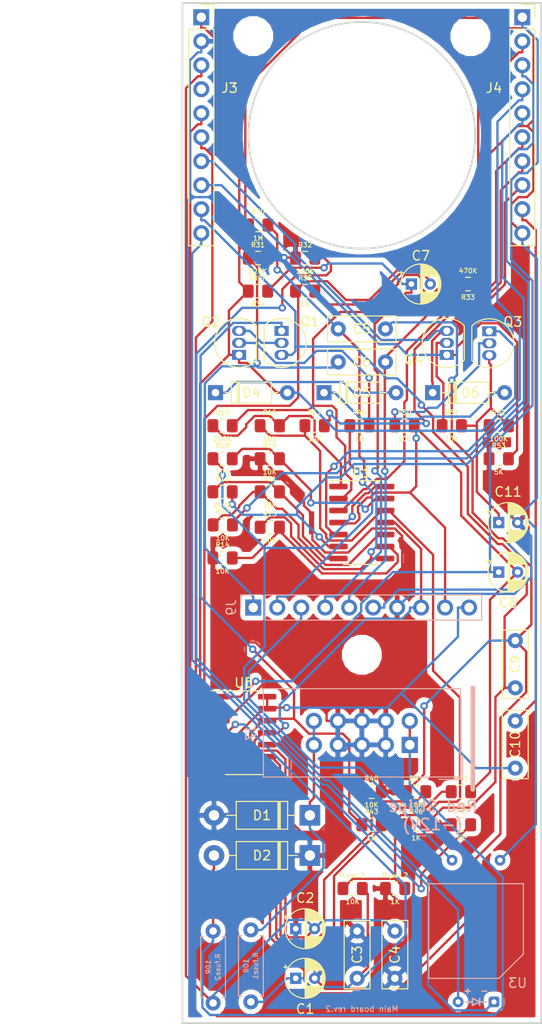
<source format=kicad_pcb>
(kicad_pcb (version 20171130) (host pcbnew "(5.0.2)-1")
  (title_block (title Valve) (date 2018-01-22) (rev 1) (company "Coriolis Instruments") (comment 1 "Combined board with cutting lines."))
  (layers (0 F.Cu signal) (31 B.Cu signal) (34 B.Paste user) (35 F.Paste user) (36 B.SilkS user) (37 F.SilkS user) (38 B.Mask user) (39 F.Mask user) (44 Edge.Cuts user))
  (net 0 "")
  (net 1 /tube.2)
  (net 2 /tube.in)
  (net 3 /tube.1)
  (net 4 /tube.7)
  (net 5 /+12V)
  (net 6 /gnd)
  (net 7 /-12V)
  (net 8 /tube.6)
  (net 9 /tube.out)
  (net 10 /R.gain.1)
  (net 11 /led.fb.in)
  (net 12 /audio.out)
  (net 13 "Net-(C11-Pad1)")
  (net 14 "Net-(D1-Pad1)")
  (net 15 "Net-(D2-Pad2)")
  (net 16 "Net-(D4-Pad1)")
  (net 17 "Net-(D5-Pad1)")
  (net 18 /led.clip.in)
  (net 19 /audio.in)
  (net 20 /led.clip.out)
  (net 21 /led.fb.out)
  (net 22 /R.gain.3)
  (net 23 /fb.cv.in)
  (net 24 /fb.cv.level)
  (net 25 /fb.level)
  (net 26 /drv.cv.in)
  (net 27 /drv.cv.level)
  (net 28 /drv.level)
  (net 29 /tone.level)
  (net 30 /tube.8)
  (net 31 "Net-(Q1-Pad1)")
  (net 32 "Net-(Q1-Pad2)")
  (net 33 "Net-(Q2-Pad2)")
  (net 34 "Net-(Q3-Pad2)")
  (net 35 "Net-(Q4-Pad2)")
  (net 36 "Net-(R13-Pad2)")
  (net 37 /+1V)
  (net 38 "Net-(R10-Pad1)")
  (net 39 /cv.fb)
  (net 40 /cv.drv)
  (net 41 /tube.3)
  (net 42 "Net-(C7-Pad2)")
  (net 43 "Net-(R11-Pad1)")
  (net 44 "Net-(R15-Pad1)")
  (net 45 "Net-(R18-Pad2)")
  (net 46 "Net-(R32-Pad2)")
  (net 47 "Net-(R40-Pad1)")
  (net 48 "Net-(R42-Pad1)")
  (module Coriolis-KiCad:PerkinElmer_VTL5C (layer B.Cu) (at 33 105.75 90)
    (fp_text reference U3 (at 2 2.5 180) (layer B.SilkS) (effects (justify mirror)))
    (fp_text value VTL5C)
    (pad 2 thru_hole circle (at 0 -3.8 90) (size 1.15 1.15) (drill 0.55) (layers *.Cu *.Mask) (net 40 /cv.drv))
    (pad 4 thru_hole circle (at 15 -4.44 90) (size 1.15 1.15) (drill 0.55) (layers *.Cu *.Mask) (net 41 /tube.3))
    (pad 3 thru_hole circle (at 15 0.64 90) (size 1.15 1.15) (drill 0.55) (layers *.Cu *.Mask) (net 30 /tube.8))
    (pad 1 thru_hole roundrect (at 0 0 90) (size 1.15 1.15) (drill 0.55) (layers *.Cu *.Mask) (net 46 "Net-(R32-Pad2)"))
  )
  (module Capacitor_THT:C_Disc_D7.0mm_W2.5mm_P5.00mm (layer F.Cu) (at 21.5 38 180)
    (fp_text reference C6 (at 2.5 0 180) (layer F.SilkS))
    (fp_text value 47nF)
    (pad 2 thru_hole circle (at 5 0 180) (size 1.6 1.6) (drill 0.8) (layers *.Cu *.Mask) (net 3 /tube.1))
    (pad 1 thru_hole circle (at 0 0 180) (size 1.6 1.6) (drill 0.8) (layers *.Cu *.Mask) (net 4 /tube.7))
  )
  (module Capacitor_THT:CP_Radial_D4.0mm_P2.00mm (layer F.Cu) (at 33.5 60.25)
    (fp_text reference C8 (at 1 3.25) (layer F.SilkS))
    (fp_text value "1uF (25V)")
    (pad 2 thru_hole circle (at 2 0) (size 1.2 1.2) (drill 0.6) (layers *.Cu *.Mask) (net 9 /tube.out))
    (pad 1 thru_hole rect (at 0 0) (size 1.2 1.2) (drill 0.6) (layers *.Cu *.Mask) (net 10 /R.gain.1))
  )
  (module Capacitor_THT:C_Disc_D7.0mm_W2.5mm_P5.00mm (layer F.Cu) (at 35.25 72.5 90)
    (fp_text reference C9 (at 2.5 0 90) (layer F.SilkS))
    (fp_text value 22nF)
    (pad 1 thru_hole circle (at 0 0 90) (size 1.6 1.6) (drill 0.8) (layers *.Cu *.Mask) (net 11 /led.fb.in))
    (pad 2 thru_hole circle (at 5 0 90) (size 1.6 1.6) (drill 0.8) (layers *.Cu *.Mask) (net 2 /tube.in))
  )
  (module Diode_THT:D_DO-41_SOD81_P10.16mm_Horizontal (layer F.Cu) (at 13.5 86 180)
    (fp_text reference D1 (at 5.08 0 180) (layer F.SilkS))
    (fp_text value IN4001)
    (pad 1 thru_hole rect (at 0 0 180) (size 2.2 2.2) (drill 1.1) (layers *.Cu *.Mask) (net 14 "Net-(D1-Pad1)"))
    (pad 2 thru_hole oval (at 10.16 0 180) (size 2.2 2.2) (drill 1.1) (layers *.Cu *.Mask) (net 6 /gnd))
  )
  (module Diode_THT:D_DO-41_SOD81_P10.16mm_Horizontal (layer F.Cu) (at 13.5 90.25 180)
    (fp_text reference D2 (at 5.08 0 180) (layer F.SilkS))
    (fp_text value IN4001)
    (pad 2 thru_hole oval (at 10.16 0 180) (size 2.2 2.2) (drill 1.1) (layers *.Cu *.Mask) (net 15 "Net-(D2-Pad2)"))
    (pad 1 thru_hole rect (at 0 0 180) (size 2.2 2.2) (drill 1.1) (layers *.Cu *.Mask) (net 6 /gnd))
  )
  (module Diode_THT:D_DO-35_SOD27_P7.62mm_Horizontal (layer F.Cu) (at 3.5 41.25)
    (fp_text reference D4 (at 3.81 0) (layer F.SilkS))
    (fp_text value IN4148)
    (pad 2 thru_hole oval (at 7.62 0) (size 1.6 1.6) (drill 0.8) (layers *.Cu *.Mask) (net 5 /+12V))
    (pad 1 thru_hole rect (at 0 0) (size 1.6 1.6) (drill 0.8) (layers *.Cu *.Mask) (net 16 "Net-(D4-Pad1)"))
  )
  (module Diode_THT:D_DO-35_SOD27_P7.62mm_Horizontal (layer F.Cu) (at 15 41.25)
    (fp_text reference D5 (at 4 0) (layer F.SilkS))
    (fp_text value IN4148)
    (pad 1 thru_hole rect (at 0 0) (size 1.6 1.6) (drill 0.8) (layers *.Cu *.Mask) (net 17 "Net-(D5-Pad1)"))
    (pad 2 thru_hole oval (at 7.62 0) (size 1.6 1.6) (drill 0.8) (layers *.Cu *.Mask) (net 16 "Net-(D4-Pad1)"))
  )
  (module Diode_THT:D_DO-35_SOD27_P7.62mm_Horizontal (layer F.Cu) (at 26.5 41.25)
    (fp_text reference D6 (at 4 0) (layer F.SilkS))
    (fp_text value IN4148)
    (pad 1 thru_hole rect (at 0 0) (size 1.6 1.6) (drill 0.8) (layers *.Cu *.Mask) (net 18 /led.clip.in))
    (pad 2 thru_hole oval (at 7.62 0) (size 1.6 1.6) (drill 0.8) (layers *.Cu *.Mask) (net 17 "Net-(D5-Pad1)"))
  )
  (module Connector_PinSocket_2.54mm:PinSocket_1x10_P2.54mm_Vertical (layer F.Cu) (at 2 1.5)
    (fp_text reference J3 (at 3 7.5) (layer F.SilkS))
    (fp_text value Conn_01x10)
    (pad 1 thru_hole rect (at 0 0) (size 1.7 1.7) (drill 1) (layers *.Cu *.Mask) (net 5 /+12V))
    (pad 2 thru_hole oval (at 0 2.54) (size 1.7 1.7) (drill 1) (layers *.Cu *.Mask) (net 6 /gnd))
    (pad 3 thru_hole oval (at 0 5.08) (size 1.7 1.7) (drill 1) (layers *.Cu *.Mask) (net 7 /-12V))
    (pad 4 thru_hole oval (at 0 7.62) (size 1.7 1.7) (drill 1) (layers *.Cu *.Mask))
    (pad 5 thru_hole oval (at 0 10.16) (size 1.7 1.7) (drill 1) (layers *.Cu *.Mask) (net 19 /audio.in))
    (pad 6 thru_hole oval (at 0 12.7) (size 1.7 1.7) (drill 1) (layers *.Cu *.Mask) (net 12 /audio.out))
    (pad 7 thru_hole oval (at 0 15.24) (size 1.7 1.7) (drill 1) (layers *.Cu *.Mask) (net 18 /led.clip.in))
    (pad 8 thru_hole oval (at 0 17.78) (size 1.7 1.7) (drill 1) (layers *.Cu *.Mask) (net 20 /led.clip.out))
    (pad 9 thru_hole oval (at 0 20.32) (size 1.7 1.7) (drill 1) (layers *.Cu *.Mask) (net 11 /led.fb.in))
    (pad 10 thru_hole oval (at 0 22.86) (size 1.7 1.7) (drill 1) (layers *.Cu *.Mask) (net 21 /led.fb.out))
  )
  (module Connector_IDC:IDC-Header_2x05_P2.54mm_Vertical (layer B.Cu) (at 24.08 78.54 90)
    (fp_text reference J7 (at 1.29 -16.83 90) (layer B.SilkS) (effects (justify mirror)))
    (fp_text value Conn_02x05_Odd_Even)
    (pad 1 thru_hole rect (at 0 0 90) (size 1.7272 1.7272) (drill 1.016) (layers *.Cu *.Mask) (net 15 "Net-(D2-Pad2)"))
    (pad 2 thru_hole oval (at 2.54 0 90) (size 1.7272 1.7272) (drill 1.016) (layers *.Cu *.Mask) (net 15 "Net-(D2-Pad2)"))
    (pad 3 thru_hole oval (at 0 -2.54 90) (size 1.7272 1.7272) (drill 1.016) (layers *.Cu *.Mask) (net 6 /gnd))
    (pad 4 thru_hole oval (at 2.54 -2.54 90) (size 1.7272 1.7272) (drill 1.016) (layers *.Cu *.Mask) (net 6 /gnd))
    (pad 5 thru_hole oval (at 0 -5.08 90) (size 1.7272 1.7272) (drill 1.016) (layers *.Cu *.Mask) (net 6 /gnd))
    (pad 6 thru_hole oval (at 2.54 -5.08 90) (size 1.7272 1.7272) (drill 1.016) (layers *.Cu *.Mask) (net 6 /gnd))
    (pad 7 thru_hole oval (at 0 -7.62 90) (size 1.7272 1.7272) (drill 1.016) (layers *.Cu *.Mask) (net 6 /gnd))
    (pad 8 thru_hole oval (at 2.54 -7.62 90) (size 1.7272 1.7272) (drill 1.016) (layers *.Cu *.Mask) (net 6 /gnd))
    (pad 9 thru_hole oval (at 0 -10.16 90) (size 1.7272 1.7272) (drill 1.016) (layers *.Cu *.Mask) (net 14 "Net-(D1-Pad1)"))
    (pad 10 thru_hole oval (at 2.54 -10.16 90) (size 1.7272 1.7272) (drill 1.016) (layers *.Cu *.Mask) (net 14 "Net-(D1-Pad1)"))
  )
  (module Package_TO_SOT_THT:TO-92_Inline (layer F.Cu) (at 10.5 34.71 270)
    (fp_text reference Q1 (at -1 -3) (layer F.SilkS))
    (fp_text value BC547)
    (pad 1 thru_hole rect (at 0 0 270) (size 1.05 1.5) (drill 0.75) (layers *.Cu *.Mask) (net 31 "Net-(Q1-Pad1)"))
    (pad 3 thru_hole oval (at 2.54 0 270) (size 1.05 1.5) (drill 0.75) (layers *.Cu *.Mask) (net 11 /led.fb.in))
    (pad 2 thru_hole oval (at 1.27 0 270) (size 1.05 1.5) (drill 0.75) (layers *.Cu *.Mask) (net 32 "Net-(Q1-Pad2)"))
  )
  (module Package_TO_SOT_THT:TO-92_Inline (layer F.Cu) (at 6 37.25 90)
    (fp_text reference Q2 (at 3.5 -3 180) (layer F.SilkS))
    (fp_text value BC547)
    (pad 2 thru_hole oval (at 1.27 0 90) (size 1.05 1.5) (drill 0.75) (layers *.Cu *.Mask) (net 33 "Net-(Q2-Pad2)"))
    (pad 3 thru_hole oval (at 2.54 0 90) (size 1.05 1.5) (drill 0.75) (layers *.Cu *.Mask) (net 32 "Net-(Q1-Pad2)"))
    (pad 1 thru_hole rect (at 0 0 90) (size 1.05 1.5) (drill 0.75) (layers *.Cu *.Mask) (net 5 /+12V))
  )
  (module Package_TO_SOT_THT:TO-92_Inline (layer F.Cu) (at 32.5 34.75 270)
    (fp_text reference Q3 (at -1 -2.5) (layer F.SilkS))
    (fp_text value BC547)
    (pad 1 thru_hole rect (at 0 0 270) (size 1.05 1.5) (drill 0.75) (layers *.Cu *.Mask) (net 5 /+12V))
    (pad 3 thru_hole oval (at 2.54 0 270) (size 1.05 1.5) (drill 0.75) (layers *.Cu *.Mask) (net 13 "Net-(C11-Pad1)"))
    (pad 2 thru_hole oval (at 1.27 0 270) (size 1.05 1.5) (drill 0.75) (layers *.Cu *.Mask) (net 34 "Net-(Q3-Pad2)"))
  )
  (module Package_TO_SOT_THT:TO-92_Inline (layer F.Cu) (at 28 37.25 90)
    (fp_text reference Q4 (at -0.5 -3.5 180) (layer F.SilkS))
    (fp_text value BC557)
    (pad 2 thru_hole oval (at 1.27 0 90) (size 1.05 1.5) (drill 0.75) (layers *.Cu *.Mask) (net 35 "Net-(Q4-Pad2)"))
    (pad 3 thru_hole oval (at 2.54 0 90) (size 1.05 1.5) (drill 0.75) (layers *.Cu *.Mask) (net 18 /led.clip.in))
    (pad 1 thru_hole rect (at 0 0 90) (size 1.05 1.5) (drill 0.75) (layers *.Cu *.Mask) (net 20 /led.clip.out))
  )
  (module Connector_PinHeader_2.54mm:PinHeader_1x10_P2.54mm_Vertical (layer B.Cu) (at 7.5 64 270)
    (fp_text reference J9 (at 0 2.33 270) (layer B.SilkS) (effects (justify mirror)))
    (fp_text value Conn_01x10)
    (pad 10 thru_hole oval (at 0 -22.86 270) (size 1.7 1.7) (drill 1) (layers *.Cu *.Mask) (net 12 /audio.out))
    (pad 9 thru_hole oval (at 0 -20.32 270) (size 1.7 1.7) (drill 1) (layers *.Cu *.Mask) (net 5 /+12V))
    (pad 8 thru_hole oval (at 0 -17.78 270) (size 1.7 1.7) (drill 1) (layers *.Cu *.Mask) (net 7 /-12V))
    (pad 7 thru_hole oval (at 0 -15.24 270) (size 1.7 1.7) (drill 1) (layers *.Cu *.Mask) (net 6 /gnd))
    (pad 6 thru_hole oval (at 0 -12.7 270) (size 1.7 1.7) (drill 1) (layers *.Cu *.Mask) (net 30 /tube.8))
    (pad 5 thru_hole oval (at 0 -10.16 270) (size 1.7 1.7) (drill 1) (layers *.Cu *.Mask) (net 4 /tube.7))
    (pad 4 thru_hole oval (at 0 -7.62 270) (size 1.7 1.7) (drill 1) (layers *.Cu *.Mask) (net 8 /tube.6))
    (pad 3 thru_hole oval (at 0 -5.08 270) (size 1.7 1.7) (drill 1) (layers *.Cu *.Mask) (net 41 /tube.3))
    (pad 2 thru_hole oval (at 0 -2.54 270) (size 1.7 1.7) (drill 1) (layers *.Cu *.Mask) (net 1 /tube.2))
    (pad 1 thru_hole rect (at 0 0 270) (size 1.7 1.7) (drill 1) (layers *.Cu *.Mask) (net 3 /tube.1))
  )
  (module Coriolis-KiCad:R_0805_2012Metric_Pad1.15x1.40mm_HandSolder_smalltext (layer F.Cu) (at 4.25 51.75)
    (fp_text reference R10 (at 0 -1.397 180) (layer F.SilkS) (effects (font (size 0.5 0.5) (thickness 0.1))))
    (fp_text value 200K (at 0 1.397) (layer F.SilkS) (effects (font (size 0.5 0.5) (thickness 0.1))))
    (pad 2 smd roundrect (at 1.025 0) (size 1.15 1.4) (layers F.Cu F.Paste F.Mask) (roundrect_rratio 0.217391) (net 23 /fb.cv.in))
    (pad 1 smd roundrect (at -1.025 0) (size 1.15 1.4) (layers F.Cu F.Paste F.Mask) (roundrect_rratio 0.217391) (net 38 "Net-(R10-Pad1)"))
  )
  (module Coriolis-KiCad:R_0805_2012Metric_Pad1.15x1.40mm_HandSolder_smalltext (layer F.Cu) (at 9.25 51.75)
    (fp_text reference R11 (at 0 -1.397) (layer F.SilkS) (effects (font (size 0.5 0.5) (thickness 0.1))))
    (fp_text value 10K (at 0 1.397) (layer F.SilkS) (effects (font (size 0.5 0.5) (thickness 0.1))))
    (pad 1 smd roundrect (at -1.025 0) (size 1.15 1.4) (layers F.Cu F.Paste F.Mask) (roundrect_rratio 0.217391) (net 43 "Net-(R11-Pad1)"))
    (pad 2 smd roundrect (at 1.025 0) (size 1.15 1.4) (layers F.Cu F.Paste F.Mask) (roundrect_rratio 0.217391) (net 38 "Net-(R10-Pad1)"))
  )
  (module Coriolis-KiCad:R_0805_2012Metric_Pad1.15x1.40mm_HandSolder_smalltext (layer F.Cu) (at 4.275 55.25)
    (fp_text reference R12 (at 0 -1.397) (layer F.SilkS) (effects (font (size 0.5 0.5) (thickness 0.1))))
    (fp_text value 10K (at 0 1.397) (layer F.SilkS) (effects (font (size 0.5 0.5) (thickness 0.1))))
    (pad 1 smd roundrect (at -1.025 0) (size 1.15 1.4) (layers F.Cu F.Paste F.Mask) (roundrect_rratio 0.217391) (net 43 "Net-(R11-Pad1)"))
    (pad 2 smd roundrect (at 1.025 0) (size 1.15 1.4) (layers F.Cu F.Paste F.Mask) (roundrect_rratio 0.217391) (net 25 /fb.level))
  )
  (module Coriolis-KiCad:R_0805_2012Metric_Pad1.15x1.40mm_HandSolder_smalltext (layer F.Cu) (at 9.25 55.5)
    (fp_text reference R13 (at 0 -1.397) (layer F.SilkS) (effects (font (size 0.5 0.5) (thickness 0.1))))
    (fp_text value 10K (at 0 1.397) (layer F.SilkS) (effects (font (size 0.5 0.5) (thickness 0.1))))
    (pad 1 smd roundrect (at -1.025 0) (size 1.15 1.4) (layers F.Cu F.Paste F.Mask) (roundrect_rratio 0.217391) (net 39 /cv.fb))
    (pad 2 smd roundrect (at 1.025 0) (size 1.15 1.4) (layers F.Cu F.Paste F.Mask) (roundrect_rratio 0.217391) (net 36 "Net-(R13-Pad2)"))
  )
  (module Coriolis-KiCad:R_0805_2012Metric_Pad1.15x1.40mm_HandSolder_smalltext (layer F.Cu) (at 4.25 44.75)
    (fp_text reference R15 (at 0 -1.397) (layer F.SilkS) (effects (font (size 0.5 0.5) (thickness 0.1))))
    (fp_text value 200K (at 0 1.397) (layer F.SilkS) (effects (font (size 0.5 0.5) (thickness 0.1))))
    (pad 2 smd roundrect (at 1.025 0) (size 1.15 1.4) (layers F.Cu F.Paste F.Mask) (roundrect_rratio 0.217391) (net 26 /drv.cv.in))
    (pad 1 smd roundrect (at -1.025 0) (size 1.15 1.4) (layers F.Cu F.Paste F.Mask) (roundrect_rratio 0.217391) (net 44 "Net-(R15-Pad1)"))
  )
  (module Coriolis-KiCad:R_0805_2012Metric_Pad1.15x1.40mm_HandSolder_smalltext (layer F.Cu) (at 9.25 44.75)
    (fp_text reference R16 (at 0 -1.397) (layer F.SilkS) (effects (font (size 0.5 0.5) (thickness 0.1))))
    (fp_text value 10K (at 0 1.397) (layer F.SilkS) (effects (font (size 0.5 0.5) (thickness 0.1))))
    (pad 2 smd roundrect (at 1.025 0) (size 1.15 1.4) (layers F.Cu F.Paste F.Mask) (roundrect_rratio 0.217391) (net 44 "Net-(R15-Pad1)"))
    (pad 1 smd roundrect (at -1.025 0) (size 1.15 1.4) (layers F.Cu F.Paste F.Mask) (roundrect_rratio 0.217391) (net 37 /+1V))
  )
  (module Coriolis-KiCad:R_0805_2012Metric_Pad1.15x1.40mm_HandSolder_smalltext (layer F.Cu) (at 14 44.75)
    (fp_text reference R17 (at 0 -1.397) (layer F.SilkS) (effects (font (size 0.5 0.5) (thickness 0.1))))
    (fp_text value 10K (at 0 1.397) (layer F.SilkS) (effects (font (size 0.5 0.5) (thickness 0.1))))
    (pad 2 smd roundrect (at 1.025 0) (size 1.15 1.4) (layers F.Cu F.Paste F.Mask) (roundrect_rratio 0.217391) (net 28 /drv.level))
    (pad 1 smd roundrect (at -1.025 0) (size 1.15 1.4) (layers F.Cu F.Paste F.Mask) (roundrect_rratio 0.217391) (net 37 /+1V))
  )
  (module Coriolis-KiCad:R_0805_2012Metric_Pad1.15x1.40mm_HandSolder_smalltext (layer F.Cu) (at 4.25 48.25)
    (fp_text reference R18 (at 0 -1.397) (layer F.SilkS) (effects (font (size 0.5 0.5) (thickness 0.1))))
    (fp_text value 10K (at 0 1.397) (layer F.SilkS) (effects (font (size 0.5 0.5) (thickness 0.1))))
    (pad 1 smd roundrect (at -1.025 0) (size 1.15 1.4) (layers F.Cu F.Paste F.Mask) (roundrect_rratio 0.217391) (net 40 /cv.drv))
    (pad 2 smd roundrect (at 1.025 0) (size 1.15 1.4) (layers F.Cu F.Paste F.Mask) (roundrect_rratio 0.217391) (net 45 "Net-(R18-Pad2)"))
  )
  (module Coriolis-KiCad:R_0805_2012Metric_Pad1.15x1.40mm_HandSolder_smalltext (layer F.Cu) (at 9.25 48.25)
    (fp_text reference R19 (at 0 -1.397) (layer F.SilkS) (effects (font (size 0.5 0.5) (thickness 0.1))))
    (fp_text value 10K (at 0 1.397) (layer F.SilkS) (effects (font (size 0.5 0.5) (thickness 0.1))))
    (pad 2 smd roundrect (at 1.025 0) (size 1.15 1.4) (layers F.Cu F.Paste F.Mask) (roundrect_rratio 0.217391) (net 45 "Net-(R18-Pad2)"))
    (pad 1 smd roundrect (at -1.025 0) (size 1.15 1.4) (layers F.Cu F.Paste F.Mask) (roundrect_rratio 0.217391) (net 6 /gnd))
  )
  (module Coriolis-KiCad:R_0805_2012Metric_Pad1.15x1.40mm_HandSolder_smalltext (layer F.Cu) (at 8.025 23.5)
    (fp_text reference R30 (at 0 -1.397) (layer F.SilkS) (effects (font (size 0.5 0.5) (thickness 0.1))))
    (fp_text value 1M (at 0 1.397) (layer F.SilkS) (effects (font (size 0.5 0.5) (thickness 0.1))))
    (pad 2 smd roundrect (at 1.025 0) (size 1.15 1.4) (layers F.Cu F.Paste F.Mask) (roundrect_rratio 0.217391) (net 1 /tube.2))
    (pad 1 smd roundrect (at -1.025 0) (size 1.15 1.4) (layers F.Cu F.Paste F.Mask) (roundrect_rratio 0.217391) (net 30 /tube.8))
  )
  (module Coriolis-KiCad:R_0805_2012Metric_Pad1.15x1.40mm_HandSolder_smalltext (layer F.Cu) (at 8 27)
    (fp_text reference R31 (at 0 -1.397) (layer F.SilkS) (effects (font (size 0.5 0.5) (thickness 0.1))))
    (fp_text value 220K (at 0 1.397) (layer F.SilkS) (effects (font (size 0.5 0.5) (thickness 0.1))))
    (pad 1 smd roundrect (at -1.025 0) (size 1.15 1.4) (layers F.Cu F.Paste F.Mask) (roundrect_rratio 0.217391) (net 3 /tube.1))
    (pad 2 smd roundrect (at 1.025 0) (size 1.15 1.4) (layers F.Cu F.Paste F.Mask) (roundrect_rratio 0.217391) (net 5 /+12V))
  )
  (module Coriolis-KiCad:R_0805_2012Metric_Pad1.15x1.40mm_HandSolder_smalltext (layer F.Cu) (at 13 27)
    (fp_text reference R32 (at 0 -1.397) (layer F.SilkS) (effects (font (size 0.5 0.5) (thickness 0.1))))
    (fp_text value 100K (at 0 1.397 180) (layer F.SilkS) (effects (font (size 0.5 0.5) (thickness 0.1))))
    (pad 1 smd roundrect (at -1.025 0) (size 1.15 1.4) (layers F.Cu F.Paste F.Mask) (roundrect_rratio 0.217391) (net 6 /gnd))
    (pad 2 smd roundrect (at 1.025 0) (size 1.15 1.4) (layers F.Cu F.Paste F.Mask) (roundrect_rratio 0.217391) (net 46 "Net-(R32-Pad2)"))
  )
  (module Coriolis-KiCad:R_0805_2012Metric_Pad1.15x1.40mm_HandSolder_smalltext (layer F.Cu) (at 30.25 29.75 180)
    (fp_text reference R33 (at 0 -1.397 180) (layer F.SilkS) (effects (font (size 0.5 0.5) (thickness 0.1))))
    (fp_text value 470K (at 0 1.397 180) (layer F.SilkS) (effects (font (size 0.5 0.5) (thickness 0.1))))
    (pad 2 smd roundrect (at 1.025 0 180) (size 1.15 1.4) (layers F.Cu F.Paste F.Mask) (roundrect_rratio 0.217391) (net 4 /tube.7))
    (pad 1 smd roundrect (at -1.025 0 180) (size 1.15 1.4) (layers F.Cu F.Paste F.Mask) (roundrect_rratio 0.217391) (net 30 /tube.8))
  )
  (module Coriolis-KiCad:R_0805_2012Metric_Pad1.15x1.40mm_HandSolder_smalltext (layer F.Cu) (at 8 30.5 180)
    (fp_text reference R34 (at 0 -1.397 180) (layer F.SilkS) (effects (font (size 0.5 0.5) (thickness 0.1))))
    (fp_text value 100K (at 0 1.397 180) (layer F.SilkS) (effects (font (size 0.5 0.5) (thickness 0.1))))
    (pad 2 smd roundrect (at 1.025 0 180) (size 1.15 1.4) (layers F.Cu F.Paste F.Mask) (roundrect_rratio 0.217391) (net 5 /+12V))
    (pad 1 smd roundrect (at -1.025 0 180) (size 1.15 1.4) (layers F.Cu F.Paste F.Mask) (roundrect_rratio 0.217391) (net 8 /tube.6))
  )
  (module Coriolis-KiCad:R_0805_2012Metric_Pad1.15x1.40mm_HandSolder_smalltext (layer F.Cu) (at 13 30.5)
    (fp_text reference R35 (at 0 -1.397) (layer F.SilkS) (effects (font (size 0.5 0.5) (thickness 0.1))))
    (fp_text value 1K (at 0 1.397) (layer F.SilkS) (effects (font (size 0.5 0.5) (thickness 0.1))))
    (pad 1 smd roundrect (at -1.025 0) (size 1.15 1.4) (layers F.Cu F.Paste F.Mask) (roundrect_rratio 0.217391) (net 22 /R.gain.3))
    (pad 2 smd roundrect (at 1.025 0) (size 1.15 1.4) (layers F.Cu F.Paste F.Mask) (roundrect_rratio 0.217391) (net 42 "Net-(C7-Pad2)"))
  )
  (module Coriolis-KiCad:R_0805_2012Metric_Pad1.15x1.40mm_HandSolder_smalltext (layer F.Cu) (at 20.025 83.5)
    (fp_text reference R40 (at 0 -1.397) (layer F.SilkS) (effects (font (size 0.5 0.5) (thickness 0.1))))
    (fp_text value 10K (at 0 1.397) (layer F.SilkS) (effects (font (size 0.5 0.5) (thickness 0.1))))
    (pad 1 smd roundrect (at -1.025 0) (size 1.15 1.4) (layers F.Cu F.Paste F.Mask) (roundrect_rratio 0.217391) (net 47 "Net-(R40-Pad1)"))
    (pad 2 smd roundrect (at 1.025 0) (size 1.15 1.4) (layers F.Cu F.Paste F.Mask) (roundrect_rratio 0.217391) (net 6 /gnd))
  )
  (module Coriolis-KiCad:R_0805_2012Metric_Pad1.15x1.40mm_HandSolder_smalltext (layer F.Cu) (at 24.75 83.5)
    (fp_text reference R41 (at 0 -1.397) (layer F.SilkS) (effects (font (size 0.5 0.5) (thickness 0.1))))
    (fp_text value 10K (at 0 1.397) (layer F.SilkS) (effects (font (size 0.5 0.5) (thickness 0.1))))
    (pad 1 smd roundrect (at -1.025 0) (size 1.15 1.4) (layers F.Cu F.Paste F.Mask) (roundrect_rratio 0.217391) (net 2 /tube.in))
    (pad 2 smd roundrect (at 1.025 0) (size 1.15 1.4) (layers F.Cu F.Paste F.Mask) (roundrect_rratio 0.217391) (net 47 "Net-(R40-Pad1)"))
  )
  (module Coriolis-KiCad:R_0805_2012Metric_Pad1.15x1.40mm_HandSolder_smalltext (layer F.Cu) (at 29.5 83.5)
    (fp_text reference R42 (at 0 -1.397) (layer F.SilkS) (effects (font (size 0.5 0.5) (thickness 0.1))))
    (fp_text value 1K (at 0 1.397) (layer F.SilkS) (effects (font (size 0.5 0.5) (thickness 0.1))))
    (pad 2 smd roundrect (at 1.025 0) (size 1.15 1.4) (layers F.Cu F.Paste F.Mask) (roundrect_rratio 0.217391) (net 9 /tube.out))
    (pad 1 smd roundrect (at -1.025 0) (size 1.15 1.4) (layers F.Cu F.Paste F.Mask) (roundrect_rratio 0.217391) (net 48 "Net-(R42-Pad1)"))
  )
  (module Coriolis-KiCad:R_0805_2012Metric_Pad1.15x1.40mm_HandSolder_smalltext (layer F.Cu) (at 20.025 87)
    (fp_text reference R43 (at 0 -1.397) (layer F.SilkS) (effects (font (size 0.5 0.5) (thickness 0.1))))
    (fp_text value 1K (at 0 1.397) (layer F.SilkS) (effects (font (size 0.5 0.5) (thickness 0.1))))
    (pad 1 smd roundrect (at -1.025 0) (size 1.15 1.4) (layers F.Cu F.Paste F.Mask) (roundrect_rratio 0.217391) (net 31 "Net-(Q1-Pad1)"))
    (pad 2 smd roundrect (at 1.025 0) (size 1.15 1.4) (layers F.Cu F.Paste F.Mask) (roundrect_rratio 0.217391) (net 48 "Net-(R42-Pad1)"))
  )
  (module Coriolis-KiCad:R_Axial_DIN0207_smalltext (layer B.Cu) (at 7.25 105.75 90)
    (fp_text reference R.fuse1 (at 3.81 0.508 90) (layer B.SilkS) (effects (font (size 0.508 0.508) (thickness 0.09525)) (justify mirror)))
    (fp_text value 10R (at 3.81 -0.508 90) (layer B.SilkS) (effects (font (size 0.508 0.508) (thickness 0.09525)) (justify mirror)))
    (pad 1 thru_hole circle (at 0 0 90) (size 1.6 1.6) (drill 0.8) (layers *.Cu *.Mask) (net 5 /+12V))
    (pad 2 thru_hole oval (at 7.62 0 90) (size 1.6 1.6) (drill 0.8) (layers *.Cu *.Mask) (net 14 "Net-(D1-Pad1)"))
  )
  (module Coriolis-KiCad:R_Axial_DIN0207_smalltext (layer B.Cu) (at 3.25 105.87 90)
    (fp_text reference R.fuse2 (at 3.81 0.508 90) (layer B.SilkS) (effects (font (size 0.508 0.508) (thickness 0.09525)) (justify mirror)))
    (fp_text value 10R (at 3.81 -0.508 90) (layer B.SilkS) (effects (font (size 0.508 0.508) (thickness 0.09525)) (justify mirror)))
    (pad 1 thru_hole circle (at 0 0 90) (size 1.6 1.6) (drill 0.8) (layers *.Cu *.Mask) (net 7 /-12V))
    (pad 2 thru_hole oval (at 7.62 0 90) (size 1.6 1.6) (drill 0.8) (layers *.Cu *.Mask) (net 15 "Net-(D2-Pad2)"))
  )
  (module Capacitor_THT:CP_Radial_D4.0mm_P2.00mm (layer F.Cu) (at 12 103.25)
    (fp_text reference C1 (at 1 3.25) (layer F.SilkS))
    (fp_text value "10uF (25V)")
    (pad 1 thru_hole rect (at 0 0) (size 1.2 1.2) (drill 0.6) (layers *.Cu *.Mask) (net 5 /+12V))
    (pad 2 thru_hole circle (at 2 0) (size 1.2 1.2) (drill 0.6) (layers *.Cu *.Mask) (net 6 /gnd))
  )
  (module Capacitor_THT:CP_Radial_D4.0mm_P2.00mm (layer F.Cu) (at 12 98)
    (fp_text reference C2 (at 1 -3.25) (layer F.SilkS))
    (fp_text value "10uF (25V)")
    (pad 2 thru_hole circle (at 2 0) (size 1.2 1.2) (drill 0.6) (layers *.Cu *.Mask) (net 7 /-12V))
    (pad 1 thru_hole rect (at 0 0) (size 1.2 1.2) (drill 0.6) (layers *.Cu *.Mask) (net 6 /gnd))
  )
  (module Capacitor_THT:C_Disc_D7.0mm_W2.5mm_P5.00mm (layer F.Cu) (at 18.5 103.25 90)
    (fp_text reference C3 (at 2.5 0 90) (layer F.SilkS))
    (fp_text value 100nF)
    (pad 2 thru_hole circle (at 5 0 90) (size 1.6 1.6) (drill 0.8) (layers *.Cu *.Mask) (net 6 /gnd))
    (pad 1 thru_hole circle (at 0 0 90) (size 1.6 1.6) (drill 0.8) (layers *.Cu *.Mask) (net 5 /+12V))
  )
  (module Capacitor_THT:C_Disc_D7.0mm_W2.5mm_P5.00mm (layer F.Cu) (at 22.5 103.25 90)
    (fp_text reference C4 (at 2.5 0 90) (layer F.SilkS))
    (fp_text value 100nF)
    (pad 1 thru_hole circle (at 0 0 90) (size 1.6 1.6) (drill 0.8) (layers *.Cu *.Mask) (net 6 /gnd))
    (pad 2 thru_hole circle (at 5 0 90) (size 1.6 1.6) (drill 0.8) (layers *.Cu *.Mask) (net 7 /-12V))
  )
  (module Capacitor_THT:C_Disc_D7.0mm_W2.5mm_P5.00mm (layer F.Cu) (at 16.5 34.5)
    (fp_text reference C5 (at 2.5 0) (layer F.SilkS))
    (fp_text value 47nF)
    (pad 1 thru_hole circle (at 0 0) (size 1.6 1.6) (drill 0.8) (layers *.Cu *.Mask) (net 1 /tube.2))
    (pad 2 thru_hole circle (at 5 0) (size 1.6 1.6) (drill 0.8) (layers *.Cu *.Mask) (net 2 /tube.in))
  )
  (module Capacitor_THT:CP_Radial_D4.0mm_P2.00mm (layer F.Cu) (at 24.25 29.75)
    (fp_text reference C7 (at 1 -3) (layer F.SilkS))
    (fp_text value "1uF (25V)")
    (pad 1 thru_hole rect (at 0 0) (size 1.2 1.2) (drill 0.6) (layers *.Cu *.Mask) (net 8 /tube.6))
    (pad 2 thru_hole circle (at 2 0) (size 1.2 1.2) (drill 0.6) (layers *.Cu *.Mask) (net 42 "Net-(C7-Pad2)"))
  )
  (module Capacitor_THT:C_Disc_D7.0mm_W2.5mm_P5.00mm (layer F.Cu) (at 35.25 76 270)
    (fp_text reference C10 (at 2.5 0 270) (layer F.SilkS))
    (fp_text value 100nF)
    (pad 2 thru_hole circle (at 5 0 270) (size 1.6 1.6) (drill 0.8) (layers *.Cu *.Mask) (net 12 /audio.out))
    (pad 1 thru_hole circle (at 0 0 270) (size 1.6 1.6) (drill 0.8) (layers *.Cu *.Mask) (net 29 /tone.level))
  )
  (module Capacitor_THT:CP_Radial_D4.0mm_P2.00mm (layer F.Cu) (at 33.5 55)
    (fp_text reference C11 (at 1 -3.25) (layer F.SilkS))
    (fp_text value 0.22uF)
    (pad 2 thru_hole circle (at 2 0) (size 1.2 1.2) (drill 0.6) (layers *.Cu *.Mask) (net 6 /gnd))
    (pad 1 thru_hole rect (at 0 0) (size 1.2 1.2) (drill 0.6) (layers *.Cu *.Mask) (net 13 "Net-(C11-Pad1)"))
  )
  (module Coriolis-KiCad:R_0805_2012Metric_Pad1.15x1.40mm_HandSolder_smalltext (layer F.Cu) (at 4.25 58.75)
    (fp_text reference R14 (at 0 -1.397) (layer F.SilkS) (effects (font (size 0.5 0.5) (thickness 0.1))))
    (fp_text value 10K (at 0 1.397) (layer F.SilkS) (effects (font (size 0.5 0.5) (thickness 0.1))))
    (pad 2 smd roundrect (at 1.025 0) (size 1.15 1.4) (layers F.Cu F.Paste F.Mask) (roundrect_rratio 0.217391) (net 36 "Net-(R13-Pad2)"))
    (pad 1 smd roundrect (at -1.025 0) (size 1.15 1.4) (layers F.Cu F.Paste F.Mask) (roundrect_rratio 0.217391) (net 6 /gnd))
  )
  (module Coriolis-KiCad:R_0805_2012Metric_Pad1.15x1.40mm_HandSolder_smalltext (layer F.Cu) (at 18.75 44.75)
    (fp_text reference R45 (at 0 -1.397) (layer F.SilkS) (effects (font (size 0.5 0.5) (thickness 0.1))))
    (fp_text value 1M (at 0 1.397) (layer F.SilkS) (effects (font (size 0.5 0.5) (thickness 0.1))))
    (pad 2 smd roundrect (at 1.025 0) (size 1.15 1.4) (layers F.Cu F.Paste F.Mask) (roundrect_rratio 0.217391) (net 33 "Net-(Q2-Pad2)"))
    (pad 1 smd roundrect (at -1.025 0) (size 1.15 1.4) (layers F.Cu F.Paste F.Mask) (roundrect_rratio 0.217391) (net 39 /cv.fb))
  )
  (module Coriolis-KiCad:R_0805_2012Metric_Pad1.15x1.40mm_HandSolder_smalltext (layer F.Cu) (at 24.75 87)
    (fp_text reference R46 (at 0 -1.397) (layer F.SilkS) (effects (font (size 0.5 0.5) (thickness 0.1))))
    (fp_text value 1K (at 0 1.397) (layer F.SilkS) (effects (font (size 0.5 0.5) (thickness 0.1))))
    (pad 1 smd roundrect (at -1.025 0) (size 1.15 1.4) (layers F.Cu F.Paste F.Mask) (roundrect_rratio 0.217391) (net 6 /gnd))
    (pad 2 smd roundrect (at 1.025 0) (size 1.15 1.4) (layers F.Cu F.Paste F.Mask) (roundrect_rratio 0.217391) (net 11 /led.fb.in))
  )
  (module Coriolis-KiCad:R_0805_2012Metric_Pad1.15x1.40mm_HandSolder_smalltext (layer F.Cu) (at 29.5 87)
    (fp_text reference R47 (at 0 -1.397) (layer F.SilkS) (effects (font (size 0.5 0.5) (thickness 0.1))))
    (fp_text value 5K (at 0 1.397) (layer F.SilkS) (effects (font (size 0.5 0.5) (thickness 0.1))))
    (pad 1 smd roundrect (at -1.025 0) (size 1.15 1.4) (layers F.Cu F.Paste F.Mask) (roundrect_rratio 0.217391) (net 6 /gnd))
    (pad 2 smd roundrect (at 1.025 0) (size 1.15 1.4) (layers F.Cu F.Paste F.Mask) (roundrect_rratio 0.217391) (net 21 /led.fb.out))
  )
  (module Coriolis-KiCad:R_0805_2012Metric_Pad1.15x1.40mm_HandSolder_smalltext (layer F.Cu) (at 23.525 44.75)
    (fp_text reference R50 (at 0 -1.397) (layer F.SilkS) (effects (font (size 0.5 0.5) (thickness 0.1))))
    (fp_text value 10K (at 0 1.397) (layer F.SilkS) (effects (font (size 0.5 0.5) (thickness 0.1))))
    (pad 1 smd roundrect (at -1.025 0) (size 1.15 1.4) (layers F.Cu F.Paste F.Mask) (roundrect_rratio 0.217391) (net 34 "Net-(Q3-Pad2)"))
    (pad 2 smd roundrect (at 1.025 0) (size 1.15 1.4) (layers F.Cu F.Paste F.Mask) (roundrect_rratio 0.217391) (net 9 /tube.out))
  )
  (module Coriolis-KiCad:R_0805_2012Metric_Pad1.15x1.40mm_HandSolder_smalltext (layer F.Cu) (at 28.525 44.75)
    (fp_text reference R51 (at 0 -1.397) (layer F.SilkS) (effects (font (size 0.5 0.5) (thickness 0.1))))
    (fp_text value 10K (at 0 1.397) (layer F.SilkS) (effects (font (size 0.5 0.5) (thickness 0.1))))
    (pad 2 smd roundrect (at 1.025 0) (size 1.15 1.4) (layers F.Cu F.Paste F.Mask) (roundrect_rratio 0.217391) (net 13 "Net-(C11-Pad1)"))
    (pad 1 smd roundrect (at -1.025 0) (size 1.15 1.4) (layers F.Cu F.Paste F.Mask) (roundrect_rratio 0.217391) (net 35 "Net-(Q4-Pad2)"))
  )
  (module Coriolis-KiCad:R_0805_2012Metric_Pad1.15x1.40mm_HandSolder_smalltext (layer F.Cu) (at 33.5 44.75)
    (fp_text reference R52 (at 0 -1.397) (layer F.SilkS) (effects (font (size 0.5 0.5) (thickness 0.1))))
    (fp_text value 100K (at 0 1.397) (layer F.SilkS) (effects (font (size 0.5 0.5) (thickness 0.1))))
    (pad 1 smd roundrect (at -1.025 0) (size 1.15 1.4) (layers F.Cu F.Paste F.Mask) (roundrect_rratio 0.217391) (net 6 /gnd))
    (pad 2 smd roundrect (at 1.025 0) (size 1.15 1.4) (layers F.Cu F.Paste F.Mask) (roundrect_rratio 0.217391) (net 13 "Net-(C11-Pad1)"))
  )
  (module Coriolis-KiCad:R_0805_2012Metric_Pad1.15x1.40mm_HandSolder_smalltext (layer F.Cu) (at 33.5 48.25)
    (fp_text reference R53 (at 0 -1.397) (layer F.SilkS) (effects (font (size 0.5 0.5) (thickness 0.1))))
    (fp_text value 5K (at 0 1.397) (layer F.SilkS) (effects (font (size 0.5 0.5) (thickness 0.1))))
    (pad 1 smd roundrect (at -1.025 0) (size 1.15 1.4) (layers F.Cu F.Paste F.Mask) (roundrect_rratio 0.217391) (net 6 /gnd))
    (pad 2 smd roundrect (at 1.025 0) (size 1.15 1.4) (layers F.Cu F.Paste F.Mask) (roundrect_rratio 0.217391) (net 20 /led.clip.out))
  )
  (module Coriolis-KiCad:R_0805_2012Metric_Pad1.15x1.40mm_HandSolder_smalltext (layer F.Cu) (at 18.025 93.75)
    (fp_text reference R.pwr.1 (at 0 -1.397) (layer F.SilkS) (effects (font (size 0.5 0.5) (thickness 0.1))))
    (fp_text value 10K (at 0 1.397) (layer F.SilkS) (effects (font (size 0.5 0.5) (thickness 0.1))))
    (pad 1 smd roundrect (at -1.025 0) (size 1.15 1.4) (layers F.Cu F.Paste F.Mask) (roundrect_rratio 0.217391) (net 37 /+1V))
    (pad 2 smd roundrect (at 1.025 0) (size 1.15 1.4) (layers F.Cu F.Paste F.Mask) (roundrect_rratio 0.217391) (net 5 /+12V))
  )
  (module Coriolis-KiCad:R_0805_2012Metric_Pad1.15x1.40mm_HandSolder_smalltext (layer F.Cu) (at 22.525 93.75)
    (fp_text reference R.pwr.2 (at 0 -1.397) (layer F.SilkS) (effects (font (size 0.5 0.5) (thickness 0.1))))
    (fp_text value 1K (at 0 1.397) (layer F.SilkS) (effects (font (size 0.5 0.5) (thickness 0.1))))
    (pad 1 smd roundrect (at -1.025 0) (size 1.15 1.4) (layers F.Cu F.Paste F.Mask) (roundrect_rratio 0.217391) (net 6 /gnd))
    (pad 2 smd roundrect (at 1.025 0) (size 1.15 1.4) (layers F.Cu F.Paste F.Mask) (roundrect_rratio 0.217391) (net 37 /+1V))
  )
  (module Package_SO:SOIC-14_3.9x8.7mm_P1.27mm (layer F.Cu) (at 19 55)
    (fp_text reference U1 (at 0 -5.28) (layer F.SilkS))
    (fp_text value TL074)
    (pad 14 smd roundrect (at 2.475 -3.81) (size 1.95 0.6) (layers F.Cu F.Paste F.Mask) (net 40 /cv.drv))
    (pad 13 smd roundrect (at 2.475 -2.54) (size 1.95 0.6) (layers F.Cu F.Paste F.Mask) (net 45 "Net-(R18-Pad2)"))
    (pad 12 smd roundrect (at 2.475 -1.27) (size 1.95 0.6) (layers F.Cu F.Paste F.Mask) (net 37 /+1V))
    (pad 11 smd roundrect (at 2.475 0) (size 1.95 0.6) (layers F.Cu F.Paste F.Mask) (net 7 /-12V))
    (pad 10 smd roundrect (at 2.475 1.27) (size 1.95 0.6) (layers F.Cu F.Paste F.Mask) (net 43 "Net-(R11-Pad1)"))
    (pad 9 smd roundrect (at 2.475 2.54) (size 1.95 0.6) (layers F.Cu F.Paste F.Mask) (net 36 "Net-(R13-Pad2)"))
    (pad 8 smd roundrect (at 2.475 3.81) (size 1.95 0.6) (layers F.Cu F.Paste F.Mask) (net 39 /cv.fb))
    (pad 7 smd roundrect (at -2.475 3.81) (size 1.95 0.6) (layers F.Cu F.Paste F.Mask) (net 38 "Net-(R10-Pad1)"))
    (pad 6 smd roundrect (at -2.475 2.54) (size 1.95 0.6) (layers F.Cu F.Paste F.Mask) (net 23 /fb.cv.in))
    (pad 5 smd roundrect (at -2.475 1.27) (size 1.95 0.6) (layers F.Cu F.Paste F.Mask) (net 24 /fb.cv.level))
    (pad 4 smd roundrect (at -2.475 0) (size 1.95 0.6) (layers F.Cu F.Paste F.Mask) (net 5 /+12V))
    (pad 3 smd roundrect (at -2.475 -1.27) (size 1.95 0.6) (layers F.Cu F.Paste F.Mask) (net 27 /drv.cv.level))
    (pad 2 smd roundrect (at -2.475 -2.54) (size 1.95 0.6) (layers F.Cu F.Paste F.Mask) (net 26 /drv.cv.in))
    (pad 1 smd roundrect (at -2.475 -3.81) (size 1.95 0.6) (layers F.Cu F.Paste F.Mask) (net 44 "Net-(R15-Pad1)"))
  )
  (module Package_SO:SOIC-14_3.9x8.7mm_P1.27mm (layer F.Cu) (at 6.5 77.25)
    (fp_text reference U5 (at 0 -5.28) (layer F.SilkS))
    (fp_text value TL074)
    (pad 1 smd roundrect (at -2.475 -3.81) (size 1.95 0.6) (layers F.Cu F.Paste F.Mask) (net 10 /R.gain.1))
    (pad 2 smd roundrect (at -2.475 -2.54) (size 1.95 0.6) (layers F.Cu F.Paste F.Mask) (net 22 /R.gain.3))
    (pad 3 smd roundrect (at -2.475 -1.27) (size 1.95 0.6) (layers F.Cu F.Paste F.Mask) (net 6 /gnd))
    (pad 4 smd roundrect (at -2.475 0) (size 1.95 0.6) (layers F.Cu F.Paste F.Mask) (net 5 /+12V))
    (pad 5 smd roundrect (at -2.475 1.27) (size 1.95 0.6) (layers F.Cu F.Paste F.Mask) (net 19 /audio.in))
    (pad 6 smd roundrect (at -2.475 2.54) (size 1.95 0.6) (layers F.Cu F.Paste F.Mask) (net 47 "Net-(R40-Pad1)"))
    (pad 7 smd roundrect (at -2.475 3.81) (size 1.95 0.6) (layers F.Cu F.Paste F.Mask) (net 2 /tube.in))
    (pad 8 smd roundrect (at 2.475 3.81) (size 1.95 0.6) (layers F.Cu F.Paste F.Mask) (net 31 "Net-(Q1-Pad1)"))
    (pad 9 smd roundrect (at 2.475 2.54) (size 1.95 0.6) (layers F.Cu F.Paste F.Mask) (net 48 "Net-(R42-Pad1)"))
    (pad 10 smd roundrect (at 2.475 1.27) (size 1.95 0.6) (layers F.Cu F.Paste F.Mask) (net 6 /gnd))
    (pad 11 smd roundrect (at 2.475 0) (size 1.95 0.6) (layers F.Cu F.Paste F.Mask) (net 7 /-12V))
    (pad 12 smd roundrect (at 2.475 -1.27) (size 1.95 0.6) (layers F.Cu F.Paste F.Mask) (net 31 "Net-(Q1-Pad1)"))
    (pad 13 smd roundrect (at 2.475 -2.54) (size 1.95 0.6) (layers F.Cu F.Paste F.Mask) (net 12 /audio.out))
    (pad 14 smd roundrect (at 2.475 -3.81) (size 1.95 0.6) (layers F.Cu F.Paste F.Mask) (net 12 /audio.out))
  )
  (module Connector_PinSocket_2.54mm:PinSocket_1x10_P2.54mm_Vertical (layer F.Cu) (at 36 1.5)
    (fp_text reference J4 (at -3 7.5) (layer F.SilkS))
    (fp_text value Conn_01x10)
    (pad 1 thru_hole rect (at 0 0) (size 1.7 1.7) (drill 1) (layers *.Cu *.Mask) (net 10 /R.gain.1))
    (pad 2 thru_hole oval (at 0 2.54) (size 1.7 1.7) (drill 1) (layers *.Cu *.Mask) (net 22 /R.gain.3))
    (pad 3 thru_hole oval (at 0 5.08) (size 1.7 1.7) (drill 1) (layers *.Cu *.Mask) (net 23 /fb.cv.in))
    (pad 4 thru_hole oval (at 0 7.62) (size 1.7 1.7) (drill 1) (layers *.Cu *.Mask) (net 24 /fb.cv.level))
    (pad 5 thru_hole oval (at 0 10.16) (size 1.7 1.7) (drill 1) (layers *.Cu *.Mask) (net 25 /fb.level))
    (pad 6 thru_hole oval (at 0 12.7) (size 1.7 1.7) (drill 1) (layers *.Cu *.Mask) (net 26 /drv.cv.in))
    (pad 7 thru_hole oval (at 0 15.24) (size 1.7 1.7) (drill 1) (layers *.Cu *.Mask) (net 27 /drv.cv.level))
    (pad 8 thru_hole oval (at 0 17.78) (size 1.7 1.7) (drill 1) (layers *.Cu *.Mask) (net 28 /drv.level))
    (pad 9 thru_hole oval (at 0 20.32) (size 1.7 1.7) (drill 1) (layers *.Cu *.Mask) (net 29 /tone.level))
    (pad 10 thru_hole oval (at 0 22.86) (size 1.7 1.7) (drill 1) (layers *.Cu *.Mask) (net 30 /tube.8))
  )
  (module MountingHole:MountingHole_3.2mm_M3 (layer F.Cu) (at 7.5 3.5)
    (fp_text reference MK.mb1 hide)
    (fp_text value Mounting_Hole)
    (pad 1 np_thru_hole circle (at 0 0) (size 3.2 3.2) (drill 3.2) (layers *.Cu *.Mask))
  )
  (module MountingHole:MountingHole_3.2mm_M3 (layer F.Cu) (at 30.5 3.5)
    (fp_text reference MK.mb2 hide)
    (fp_text value Mounting_Hole)
    (pad 1 np_thru_hole circle (at 0 0) (size 3.2 3.2) (drill 3.2) (layers *.Cu *.Mask))
  )
  (module MountingHole:MountingHole_3.2mm_M3 (layer F.Cu) (at 19 29.5)
    (fp_text reference MK.mb3 hide)
    (fp_text value Mounting_Hole)
    (pad 1 np_thru_hole circle (at 0 0) (size 3.2 3.2) (drill 3.2) (layers *.Cu *.Mask))
  )
  (module MountingHole:MountingHole_3.2mm_M3 (layer F.Cu) (at 19 69)
    (fp_text reference MK.mb4 hide)
    (fp_text value Mounting_Hole)
    (pad 1 np_thru_hole circle (at 0 0) (size 3.2 3.2) (drill 3.2) (layers *.Cu *.Mask))
  )
  (gr_text "Red Stripe\n(-12V)" (at 26.5 86) (layer B.SilkS) (effects (font (size 1.2 1.2) (thickness 0.2)) (justify mirror)))
  (gr_line (start 30.75 72.5) (end 30.75 83.25) (layer B.SilkS) (width 0.5))
  (gr_line (start 0 108) (end 38 108) (layer Edge.Cuts) (width 0.2))
  (gr_text "Main board rev.2" (at 19 106.5) (layer B.SilkS) (effects (font (size 0.6 0.6) (thickness 0.1)) (justify mirror)))
  (gr_line (start 38 0) (end 38 108) (layer Edge.Cuts) (width 0.2))
  (gr_line (start 0 108) (end 0 0) (layer Edge.Cuts) (width 0.2))
  (gr_line (start 0 0) (end 38 0) (layer Edge.Cuts) (width 0.2))
  (gr_circle (center 19 14) (end 31 14) (layer Edge.Cuts) (width 0.2))
  (segment (start 19.0625 50.7256) (end 20.0965 51.7596) (width 0.25) (layer B.Cu) (net 1))
  (segment (start 20.0965 51.7596) (end 20.0965 53.9435) (width 0.25) (layer B.Cu) (net 1))
  (segment (start 20.0965 53.9435) (end 11.2153 62.8247) (width 0.25) (layer B.Cu) (net 1))
  (segment (start 11.2153 62.8247) (end 10.04 62.8247) (width 0.25) (layer B.Cu) (net 1))
  (segment (start 19.0625 50.7256) (end 19.2528 50.5353) (width 0.25) (layer F.Cu) (net 1))
  (segment (start 19.2528 50.5353) (end 19.2528 48.4883) (width 0.25) (layer F.Cu) (net 1))
  (segment (start 19.2528 48.4883) (end 18.7439 47.9794) (width 0.25) (layer F.Cu) (net 1))
  (segment (start 18.7439 47.9794) (end 18.7439 36.7439) (width 0.25) (layer F.Cu) (net 1))
  (segment (start 18.7439 36.7439) (end 16.5 34.5) (width 0.25) (layer F.Cu) (net 1))
  (segment (start 10.04 64) (end 10.04 62.8247) (width 0.25) (layer B.Cu) (net 1))
  (segment (start 9.05 23.5) (end 10.0432 24.4932) (width 0.25) (layer F.Cu) (net 1))
  (segment (start 10.0432 24.4932) (end 10.0432 28.2597) (width 0.25) (layer F.Cu) (net 1))
  (segment (start 16.5 34.5) (end 10.2597 28.2597) (width 0.25) (layer B.Cu) (net 1))
  (segment (start 10.2597 28.2597) (end 10.0432 28.2597) (width 0.25) (layer B.Cu) (net 1))
  (via (at 19.0625 50.7256) (size 0.8) (layers F.Cu B.Cu) (net 1))
  (via (at 10.0432 28.2597) (size 0.8) (layers F.Cu B.Cu) (net 1))
  (segment (start 4.025 81.06) (end 9.2654 86.3004) (width 0.25) (layer F.Cu) (net 2))
  (segment (start 9.2654 86.3004) (end 9.2654 98.8953) (width 0.25) (layer F.Cu) (net 2))
  (segment (start 9.2654 98.8953) (end 12.4504 102.0803) (width 0.25) (layer F.Cu) (net 2))
  (segment (start 12.4504 102.0803) (end 12.5693 102.0803) (width 0.25) (layer F.Cu) (net 2))
  (segment (start 12.5693 102.0803) (end 12.9254 102.4364) (width 0.25) (layer F.Cu) (net 2))
  (segment (start 12.9254 102.4364) (end 12.9254 103.5113) (width 0.25) (layer F.Cu) (net 2))
  (segment (start 12.9254 103.5113) (end 14.2599 104.8458) (width 0.25) (layer F.Cu) (net 2))
  (segment (start 14.2599 104.8458) (end 22.5023 104.8458) (width 0.25) (layer F.Cu) (net 2))
  (segment (start 22.5023 104.8458) (end 31.1 96.2481) (width 0.25) (layer F.Cu) (net 2))
  (segment (start 31.1 96.2481) (end 31.1 90.5462) (width 0.25) (layer F.Cu) (net 2))
  (segment (start 31.1 90.5462) (end 33.6778 87.9684) (width 0.25) (layer F.Cu) (net 2))
  (segment (start 33.6778 87.9684) (end 33.6778 75.6863) (width 0.25) (layer F.Cu) (net 2))
  (segment (start 33.6778 75.6863) (end 36.4021 72.962) (width 0.25) (layer F.Cu) (net 2))
  (segment (start 36.4021 72.962) (end 36.4021 68.6521) (width 0.25) (layer F.Cu) (net 2))
  (segment (start 36.4021 68.6521) (end 35.25 67.5) (width 0.25) (layer F.Cu) (net 2))
  (segment (start 28.525 39.9404) (end 28.525 46.1459) (width 0.25) (layer F.Cu) (net 2))
  (segment (start 28.525 46.1459) (end 30.729 48.3499) (width 0.25) (layer F.Cu) (net 2))
  (segment (start 30.729 48.3499) (end 30.729 53.9477) (width 0.25) (layer F.Cu) (net 2))
  (segment (start 30.729 53.9477) (end 33.4525 56.6712) (width 0.25) (layer F.Cu) (net 2))
  (segment (start 33.4525 56.6712) (end 33.9382 56.6712) (width 0.25) (layer F.Cu) (net 2))
  (segment (start 33.9382 56.6712) (end 36.9562 59.6892) (width 0.25) (layer F.Cu) (net 2))
  (segment (start 36.9562 59.6892) (end 36.9562 65.7938) (width 0.25) (layer F.Cu) (net 2))
  (segment (start 36.9562 65.7938) (end 35.25 67.5) (width 0.25) (layer F.Cu) (net 2))
  (segment (start 21.5 34.5) (end 22.1951 33.8049) (width 0.25) (layer B.Cu) (net 2))
  (segment (start 22.1951 33.8049) (end 28.5791 33.8049) (width 0.25) (layer B.Cu) (net 2))
  (segment (start 28.5791 33.8049) (end 29.0754 34.3012) (width 0.25) (layer B.Cu) (net 2))
  (segment (start 29.0754 34.3012) (end 29.0754 39.39) (width 0.25) (layer B.Cu) (net 2))
  (segment (start 29.0754 39.39) (end 28.525 39.9404) (width 0.25) (layer B.Cu) (net 2))
  (segment (start 25.6021 74.4186) (end 25.6021 81.6229) (width 0.25) (layer F.Cu) (net 2))
  (segment (start 25.6021 81.6229) (end 23.725 83.5) (width 0.25) (layer F.Cu) (net 2))
  (segment (start 35.25 67.5) (end 32.5207 67.5) (width 0.25) (layer B.Cu) (net 2))
  (segment (start 32.5207 67.5) (end 25.6021 74.4186) (width 0.25) (layer B.Cu) (net 2))
  (via (at 28.525 39.9404) (size 0.8) (layers F.Cu B.Cu) (net 2))
  (via (at 25.6021 74.4186) (size 0.8) (layers F.Cu B.Cu) (net 2))
  (segment (start 6.975 27) (end 7.9088 27.9338) (width 0.25) (layer F.Cu) (net 3))
  (segment (start 7.9088 27.9338) (end 7.9088 38.1082) (width 0.25) (layer F.Cu) (net 3))
  (segment (start 7.9088 38.1082) (end 7.9088 38.4574) (width 0.25) (layer B.Cu) (net 3))
  (segment (start 7.9088 38.4574) (end 4.1694 38.4574) (width 0.25) (layer B.Cu) (net 3))
  (segment (start 4.1694 38.4574) (end 2.3747 40.2521) (width 0.25) (layer B.Cu) (net 3))
  (segment (start 2.3747 40.2521) (end 2.3747 57.6994) (width 0.25) (layer B.Cu) (net 3))
  (segment (start 2.3747 57.6994) (end 7.5 62.8247) (width 0.25) (layer B.Cu) (net 3))
  (segment (start 16.5 38) (end 15.9107 38.5893) (width 0.25) (layer B.Cu) (net 3))
  (segment (start 15.9107 38.5893) (end 8.0407 38.5893) (width 0.25) (layer B.Cu) (net 3))
  (segment (start 8.0407 38.5893) (end 7.9088 38.4574) (width 0.25) (layer B.Cu) (net 3))
  (segment (start 7.5 64) (end 7.5 62.8247) (width 0.25) (layer B.Cu) (net 3))
  (via (at 7.9088 38.1082) (size 0.8) (layers F.Cu B.Cu) (net 3))
  (segment (start 21.5 38) (end 21.4325 38.0675) (width 0.25) (layer F.Cu) (net 4))
  (segment (start 21.4325 38.0675) (end 21.4325 49.5555) (width 0.25) (layer F.Cu) (net 4))
  (segment (start 17.66 62.8247) (end 21.5185 58.9662) (width 0.25) (layer B.Cu) (net 4))
  (segment (start 21.5185 58.9662) (end 21.5185 49.6415) (width 0.25) (layer B.Cu) (net 4))
  (segment (start 21.5185 49.6415) (end 21.4325 49.5555) (width 0.25) (layer B.Cu) (net 4))
  (segment (start 29.225 29.75) (end 21.5 37.475) (width 0.25) (layer F.Cu) (net 4))
  (segment (start 21.5 37.475) (end 21.5 38) (width 0.25) (layer F.Cu) (net 4))
  (segment (start 17.66 64) (end 17.66 62.8247) (width 0.25) (layer B.Cu) (net 4))
  (via (at 21.4325 49.5555) (size 0.8) (layers F.Cu B.Cu) (net 4))
  (segment (start 4.025 77.25) (end 4.7277 77.25) (width 0.25) (layer F.Cu) (net 5))
  (segment (start 4.7277 77.25) (end 5.6045 76.3732) (width 0.25) (layer F.Cu) (net 5))
  (segment (start 18.5 103.25) (end 19.1021 103.25) (width 0.25) (layer B.Cu) (net 5))
  (segment (start 19.1021 103.25) (end 23.6359 98.7162) (width 0.25) (layer B.Cu) (net 5))
  (segment (start 23.6359 98.7162) (end 23.6359 93.4557) (width 0.25) (layer B.Cu) (net 5))
  (segment (start 23.6359 93.4557) (end 6.5534 76.3732) (width 0.25) (layer B.Cu) (net 5))
  (segment (start 6.5534 76.3732) (end 5.6045 76.3732) (width 0.25) (layer B.Cu) (net 5))
  (segment (start 4.9247 37.25) (end 1.8706 40.3041) (width 0.25) (layer F.Cu) (net 5))
  (segment (start 1.8706 40.3041) (end 1.8706 75.4729) (width 0.25) (layer F.Cu) (net 5))
  (segment (start 1.8706 75.4729) (end 3.6477 77.25) (width 0.25) (layer F.Cu) (net 5))
  (segment (start 3.6477 77.25) (end 4.025 77.25) (width 0.25) (layer F.Cu) (net 5))
  (segment (start 24.099 51.8252) (end 24.761 51.1632) (width 0.25) (layer F.Cu) (net 5))
  (segment (start 24.761 51.1632) (end 24.761 46.0692) (width 0.25) (layer F.Cu) (net 5))
  (segment (start 24.761 45.2777) (end 24.761 46.0692) (width 0.25) (layer B.Cu) (net 5))
  (segment (start 24.761 45.2777) (end 31.7622 45.2777) (width 0.25) (layer B.Cu) (net 5))
  (segment (start 31.7622 45.2777) (end 35.2454 41.7945) (width 0.25) (layer B.Cu) (net 5))
  (segment (start 35.2454 41.7945) (end 35.2454 36.4201) (width 0.25) (layer B.Cu) (net 5))
  (segment (start 35.2454 36.4201) (end 33.5753 34.75) (width 0.25) (layer B.Cu) (net 5))
  (segment (start 12.2453 41.25) (end 16.273 45.2777) (width 0.25) (layer B.Cu) (net 5))
  (segment (start 16.273 45.2777) (end 24.761 45.2777) (width 0.25) (layer B.Cu) (net 5))
  (segment (start 24.099 51.8252) (end 27.82 55.5462) (width 0.25) (layer F.Cu) (net 5))
  (segment (start 27.82 55.5462) (end 27.82 64) (width 0.25) (layer F.Cu) (net 5))
  (segment (start 16.525 55) (end 16.6118 55.0868) (width 0.25) (layer F.Cu) (net 5))
  (segment (start 16.6118 55.0868) (end 18.2942 55.0868) (width 0.25) (layer F.Cu) (net 5))
  (segment (start 18.2942 55.0868) (end 18.7403 54.6407) (width 0.25) (layer F.Cu) (net 5))
  (segment (start 18.7403 54.6407) (end 18.7403 54.0851) (width 0.25) (layer F.Cu) (net 5))
  (segment (start 18.7403 54.0851) (end 18.5873 53.9321) (width 0.25) (layer F.Cu) (net 5))
  (segment (start 18.5873 53.9321) (end 18.5873 53.3313) (width 0.25) (layer F.Cu) (net 5))
  (segment (start 18.5873 53.3313) (end 19.5624 52.3562) (width 0.25) (layer F.Cu) (net 5))
  (segment (start 19.5624 52.3562) (end 19.8711 52.3562) (width 0.25) (layer F.Cu) (net 5))
  (segment (start 19.8711 52.3562) (end 20.4021 51.8252) (width 0.25) (layer F.Cu) (net 5))
  (segment (start 20.4021 51.8252) (end 24.099 51.8252) (width 0.25) (layer F.Cu) (net 5))
  (segment (start 12 103.25) (end 12.9253 103.25) (width 0.25) (layer B.Cu) (net 5))
  (segment (start 18.5 103.25) (end 17.5747 104.1753) (width 0.25) (layer B.Cu) (net 5))
  (segment (start 17.5747 104.1753) (end 13.5903 104.1753) (width 0.25) (layer B.Cu) (net 5))
  (segment (start 13.5903 104.1753) (end 12.9253 103.5103) (width 0.25) (layer B.Cu) (net 5))
  (segment (start 12.9253 103.5103) (end 12.9253 103.25) (width 0.25) (layer B.Cu) (net 5))
  (segment (start 32.5 34.75) (end 33.5753 34.75) (width 0.25) (layer B.Cu) (net 5))
  (segment (start 11.12 41.25) (end 12.2453 41.25) (width 0.25) (layer B.Cu) (net 5))
  (segment (start 6.0184 25.9458) (end 7.9708 25.9458) (width 0.25) (layer F.Cu) (net 5))
  (segment (start 7.9708 25.9458) (end 9.025 27) (width 0.25) (layer F.Cu) (net 5))
  (segment (start 2 2.6753) (end 2.3673 2.6753) (width 0.25) (layer F.Cu) (net 5))
  (segment (start 2.3673 2.6753) (end 6.0184 6.3264) (width 0.25) (layer F.Cu) (net 5))
  (segment (start 6.0184 6.3264) (end 6.0184 25.9458) (width 0.25) (layer F.Cu) (net 5))
  (segment (start 6.975 30.5) (end 6.0184 29.5434) (width 0.25) (layer F.Cu) (net 5))
  (segment (start 6.0184 29.5434) (end 6.0184 25.9458) (width 0.25) (layer F.Cu) (net 5))
  (segment (start 2 1.5) (end 2 2.6753) (width 0.25) (layer F.Cu) (net 5))
  (segment (start 4.9247 37.25) (end 4.9247 32.5503) (width 0.25) (layer F.Cu) (net 5))
  (segment (start 4.9247 32.5503) (end 6.975 30.5) (width 0.25) (layer F.Cu) (net 5))
  (segment (start 18.5 103.25) (end 19.6307 102.1193) (width 0.25) (layer F.Cu) (net 5))
  (segment (start 19.6307 102.1193) (end 19.6307 94.3307) (width 0.25) (layer F.Cu) (net 5))
  (segment (start 19.6307 94.3307) (end 19.05 93.75) (width 0.25) (layer F.Cu) (net 5))
  (segment (start 6 37.25) (end 6 38.1003) (width 0.25) (layer F.Cu) (net 5))
  (segment (start 11.12 41.25) (end 9.9947 41.25) (width 0.25) (layer F.Cu) (net 5))
  (segment (start 9.9947 41.25) (end 6.845 38.1003) (width 0.25) (layer F.Cu) (net 5))
  (segment (start 6.845 38.1003) (end 6 38.1003) (width 0.25) (layer F.Cu) (net 5))
  (segment (start 6 37.25) (end 4.9247 37.25) (width 0.25) (layer F.Cu) (net 5))
  (segment (start 12 103.25) (end 11.0747 103.25) (width 0.25) (layer B.Cu) (net 5))
  (segment (start 7.25 105.75) (end 8.5747 105.75) (width 0.25) (layer B.Cu) (net 5))
  (segment (start 8.5747 105.75) (end 11.0747 103.25) (width 0.25) (layer B.Cu) (net 5))
  (via (at 5.6045 76.3732) (size 0.8) (layers F.Cu B.Cu) (net 5))
  (via (at 24.761 46.0692) (size 0.8) (layers F.Cu B.Cu) (net 5))
  (segment (start 24.4917 88.0301) (end 24.4917 87.7667) (width 0.25) (layer F.Cu) (net 6))
  (segment (start 24.4917 87.7667) (end 23.725 87) (width 0.25) (layer F.Cu) (net 6))
  (segment (start 23.3261 95.5761) (end 24.4917 94.4105) (width 0.25) (layer F.Cu) (net 6))
  (segment (start 24.4917 94.4105) (end 24.4917 88.0301) (width 0.25) (layer F.Cu) (net 6))
  (segment (start 28.475 87) (end 27.4449 88.0301) (width 0.25) (layer F.Cu) (net 6))
  (segment (start 27.4449 88.0301) (end 24.4917 88.0301) (width 0.25) (layer F.Cu) (net 6))
  (segment (start 23.3261 95.5761) (end 23.6299 95.8799) (width 0.25) (layer F.Cu) (net 6))
  (segment (start 23.6299 95.8799) (end 23.6299 102.1201) (width 0.25) (layer F.Cu) (net 6))
  (segment (start 23.6299 102.1201) (end 22.5 103.25) (width 0.25) (layer F.Cu) (net 6))
  (segment (start 21.5 93.75) (end 23.3261 95.5761) (width 0.25) (layer F.Cu) (net 6))
  (segment (start 21.54 76) (end 21.54 74.8111) (width 0.25) (layer F.Cu) (net 6))
  (segment (start 21.54 74.8111) (end 22.74 73.6111) (width 0.25) (layer F.Cu) (net 6))
  (segment (start 22.74 73.6111) (end 22.74 64) (width 0.25) (layer F.Cu) (net 6))
  (segment (start 21.54 76) (end 21.54 77.3511) (width 0.25) (layer F.Cu) (net 6))
  (segment (start 8.225 48.25) (end 8.3723 48.25) (width 0.25) (layer F.Cu) (net 6))
  (segment (start 8.3723 48.25) (end 12.8726 52.7503) (width 0.25) (layer F.Cu) (net 6))
  (segment (start 12.8726 52.7503) (end 12.8726 53.2075) (width 0.25) (layer F.Cu) (net 6))
  (segment (start 12.8726 53.2075) (end 13.7642 54.0991) (width 0.25) (layer F.Cu) (net 6))
  (segment (start 13.7642 54.0991) (end 13.7642 56.8178) (width 0.25) (layer F.Cu) (net 6))
  (segment (start 13.7642 56.8178) (end 15.1214 58.175) (width 0.25) (layer F.Cu) (net 6))
  (segment (start 15.1214 58.175) (end 17.5437 58.175) (width 0.25) (layer F.Cu) (net 6))
  (segment (start 17.5437 58.175) (end 20.0858 55.6329) (width 0.25) (layer F.Cu) (net 6))
  (segment (start 20.0858 55.6329) (end 22.4892 55.6329) (width 0.25) (layer F.Cu) (net 6))
  (segment (start 22.4892 55.6329) (end 23.2742 56.4179) (width 0.25) (layer F.Cu) (net 6))
  (segment (start 23.2742 56.4179) (end 23.2742 62.2905) (width 0.25) (layer F.Cu) (net 6))
  (segment (start 23.2742 62.2905) (end 22.74 62.8247) (width 0.25) (layer F.Cu) (net 6))
  (segment (start 13.5043 88.6848) (end 16.46 85.7291) (width 0.25) (layer F.Cu) (net 6))
  (segment (start 16.46 85.7291) (end 16.46 78.54) (width 0.25) (layer F.Cu) (net 6))
  (segment (start 13.5 88.8247) (end 13.5 88.6891) (width 0.25) (layer F.Cu) (net 6))
  (segment (start 13.5 88.6891) (end 13.5043 88.6848) (width 0.25) (layer F.Cu) (net 6))
  (segment (start 8.975 78.52) (end 10.0838 78.52) (width 0.25) (layer F.Cu) (net 6))
  (segment (start 10.0838 78.52) (end 11.3561 79.7923) (width 0.25) (layer F.Cu) (net 6))
  (segment (start 11.3561 79.7923) (end 11.3561 86.5366) (width 0.25) (layer F.Cu) (net 6))
  (segment (start 11.3561 86.5366) (end 13.5043 88.6848) (width 0.25) (layer F.Cu) (net 6))
  (segment (start 13.5 90.25) (end 13.5 88.8247) (width 0.25) (layer F.Cu) (net 6))
  (segment (start 12 98) (end 12 97.0747) (width 0.25) (layer F.Cu) (net 6))
  (segment (start 13.5 90.25) (end 13.5 95.5747) (width 0.25) (layer F.Cu) (net 6))
  (segment (start 13.5 95.5747) (end 12 97.0747) (width 0.25) (layer F.Cu) (net 6))
  (segment (start 14 103.25) (end 15.1254 104.3754) (width 0.25) (layer F.Cu) (net 6))
  (segment (start 15.1254 104.3754) (end 21.3746 104.3754) (width 0.25) (layer F.Cu) (net 6))
  (segment (start 21.3746 104.3754) (end 22.5 103.25) (width 0.25) (layer F.Cu) (net 6))
  (segment (start 14 100.5005) (end 16.2495 100.5005) (width 0.25) (layer B.Cu) (net 6))
  (segment (start 16.2495 100.5005) (end 18.5 98.25) (width 0.25) (layer B.Cu) (net 6))
  (segment (start 12 98.9253) (end 13.5752 100.5005) (width 0.25) (layer B.Cu) (net 6))
  (segment (start 13.5752 100.5005) (end 14 100.5005) (width 0.25) (layer B.Cu) (net 6))
  (segment (start 14 100.5005) (end 14 103.25) (width 0.25) (layer B.Cu) (net 6))
  (segment (start 3.34 86) (end 4.7653 86) (width 0.25) (layer B.Cu) (net 6))
  (segment (start 13.5 90.25) (end 9.0153 90.25) (width 0.25) (layer B.Cu) (net 6))
  (segment (start 9.0153 90.25) (end 4.7653 86) (width 0.25) (layer B.Cu) (net 6))
  (segment (start 6.7064 67.6882) (end 6.7064 69.439) (width 0.25) (layer F.Cu) (net 6))
  (segment (start 6.7064 69.439) (end 8.49 71.2226) (width 0.25) (layer F.Cu) (net 6))
  (segment (start 8.49 71.2226) (end 8.49 72.1532) (width 0.25) (layer F.Cu) (net 6))
  (segment (start 8.49 72.1532) (end 4.6632 75.98) (width 0.25) (layer F.Cu) (net 6))
  (segment (start 4.6632 75.98) (end 4.025 75.98) (width 0.25) (layer F.Cu) (net 6))
  (segment (start 0.8667 20.55) (end 0.5728 20.8439) (width 0.25) (layer B.Cu) (net 6))
  (segment (start 0.5728 20.8439) (end 0.5728 81.8075) (width 0.25) (layer B.Cu) (net 6))
  (segment (start 0.5728 81.8075) (end 3.34 84.5747) (width 0.25) (layer B.Cu) (net 6))
  (segment (start 6.7064 67.6882) (end 3.225 64.2068) (width 0.25) (layer F.Cu) (net 6))
  (segment (start 3.225 64.2068) (end 3.225 58.75) (width 0.25) (layer F.Cu) (net 6))
  (segment (start 15.2711 76) (end 15.2711 75.2192) (width 0.25) (layer F.Cu) (net 6))
  (segment (start 15.2711 75.2192) (end 7.7401 67.6882) (width 0.25) (layer F.Cu) (net 6))
  (segment (start 7.7401 67.6882) (end 6.7064 67.6882) (width 0.25) (layer F.Cu) (net 6))
  (segment (start 16.46 76) (end 15.2711 76) (width 0.25) (layer F.Cu) (net 6))
  (segment (start 19 76) (end 16.46 76) (width 0.25) (layer F.Cu) (net 6))
  (segment (start 22.74 64) (end 22.74 62.8247) (width 0.25) (layer F.Cu) (net 6))
  (segment (start 22.74 64) (end 24.1874 62.5526) (width 0.25) (layer B.Cu) (net 6))
  (segment (start 24.1874 62.5526) (end 35.1699 62.5526) (width 0.25) (layer B.Cu) (net 6))
  (segment (start 35.1699 62.5526) (end 36.938 60.7845) (width 0.25) (layer B.Cu) (net 6))
  (segment (start 36.938 60.7845) (end 36.938 56.438) (width 0.25) (layer B.Cu) (net 6))
  (segment (start 36.938 56.438) (end 35.5 55) (width 0.25) (layer B.Cu) (net 6))
  (segment (start 0.8667 20.55) (end 4.3696 20.55) (width 0.25) (layer B.Cu) (net 6))
  (segment (start 4.3696 20.55) (end 10.7685 26.9489) (width 0.25) (layer B.Cu) (net 6))
  (segment (start 2 5.2153) (end 1.6327 5.2153) (width 0.25) (layer B.Cu) (net 6))
  (segment (start 1.6327 5.2153) (end 0.7719 6.0761) (width 0.25) (layer B.Cu) (net 6))
  (segment (start 0.7719 6.0761) (end 0.7719 20.4552) (width 0.25) (layer B.Cu) (net 6))
  (segment (start 0.7719 20.4552) (end 0.8667 20.55) (width 0.25) (layer B.Cu) (net 6))
  (segment (start 10.7685 26.9489) (end 11.9239 26.9489) (width 0.25) (layer F.Cu) (net 6))
  (segment (start 11.9239 26.9489) (end 11.975 27) (width 0.25) (layer F.Cu) (net 6))
  (segment (start 35.5 55) (end 32.475 51.975) (width 0.25) (layer F.Cu) (net 6))
  (segment (start 32.475 51.975) (end 32.475 48.25) (width 0.25) (layer F.Cu) (net 6))
  (segment (start 21.54 76) (end 19 76) (width 0.25) (layer F.Cu) (net 6))
  (segment (start 21.54 78.54) (end 21.54 77.3511) (width 0.25) (layer F.Cu) (net 6))
  (segment (start 21.54 78.54) (end 21.54 79.7289) (width 0.25) (layer F.Cu) (net 6))
  (segment (start 21.54 79.7289) (end 21.05 80.2189) (width 0.25) (layer F.Cu) (net 6))
  (segment (start 21.05 80.2189) (end 21.05 83.5) (width 0.25) (layer F.Cu) (net 6))
  (segment (start 3.34 86) (end 3.34 84.5747) (width 0.25) (layer B.Cu) (net 6))
  (segment (start 12 98) (end 12 98.9253) (width 0.25) (layer B.Cu) (net 6))
  (segment (start 32.475 48.25) (end 32.475 44.75) (width 0.25) (layer F.Cu) (net 6))
  (segment (start 16.46 79.1344) (end 17.2167 79.1344) (width 0.25) (layer B.Cu) (net 6))
  (segment (start 17.2167 79.1344) (end 17.8111 78.54) (width 0.25) (layer B.Cu) (net 6))
  (segment (start 19 76) (end 19 78.54) (width 0.25) (layer F.Cu) (net 6))
  (segment (start 2 4.04) (end 2 5.2153) (width 0.25) (layer B.Cu) (net 6))
  (segment (start 19 78.54) (end 17.8111 78.54) (width 0.25) (layer B.Cu) (net 6))
  (segment (start 16.46 78.54) (end 16.46 79.1344) (width 0.25) (layer B.Cu) (net 6))
  (via (at 10.7685 26.9489) (size 0.8) (layers F.Cu B.Cu) (net 6))
  (segment (start 2 7.7553) (end 1.6327 7.7553) (width 0.25) (layer F.Cu) (net 7))
  (segment (start 1.6327 7.7553) (end 0.3696 9.0184) (width 0.25) (layer F.Cu) (net 7))
  (segment (start 0.3696 9.0184) (end 0.3696 102.9896) (width 0.25) (layer F.Cu) (net 7))
  (segment (start 0.3696 102.9896) (end 3.25 105.87) (width 0.25) (layer F.Cu) (net 7))
  (segment (start 14 98) (end 13.0746 97.0746) (width 0.25) (layer B.Cu) (net 7))
  (segment (start 13.0746 97.0746) (end 11.2538 97.0746) (width 0.25) (layer B.Cu) (net 7))
  (segment (start 11.2538 97.0746) (end 3.25 105.0784) (width 0.25) (layer B.Cu) (net 7))
  (segment (start 3.25 105.0784) (end 3.25 105.87) (width 0.25) (layer B.Cu) (net 7))
  (segment (start 14 98) (end 14.8901 97.1099) (width 0.25) (layer B.Cu) (net 7))
  (segment (start 14.8901 97.1099) (end 21.3599 97.1099) (width 0.25) (layer B.Cu) (net 7))
  (segment (start 21.3599 97.1099) (end 22.5 98.25) (width 0.25) (layer B.Cu) (net 7))
  (segment (start 8.975 77.25) (end 8.474 77.25) (width 0.25) (layer F.Cu) (net 7))
  (segment (start 8.474 77.25) (end 7.6359 78.0881) (width 0.25) (layer F.Cu) (net 7))
  (segment (start 7.6359 78.0881) (end 7.6359 78.9209) (width 0.25) (layer F.Cu) (net 7))
  (segment (start 7.6359 78.9209) (end 7.8609 79.1459) (width 0.25) (layer F.Cu) (net 7))
  (segment (start 7.8609 79.1459) (end 9.9966 79.1459) (width 0.25) (layer F.Cu) (net 7))
  (segment (start 9.9966 79.1459) (end 10.9057 80.055) (width 0.25) (layer F.Cu) (net 7))
  (segment (start 10.9057 80.055) (end 10.9057 98.5776) (width 0.25) (layer F.Cu) (net 7))
  (segment (start 10.9057 98.5776) (end 11.2534 98.9253) (width 0.25) (layer F.Cu) (net 7))
  (segment (start 11.2534 98.9253) (end 13.0747 98.9253) (width 0.25) (layer F.Cu) (net 7))
  (segment (start 13.0747 98.9253) (end 14 98) (width 0.25) (layer F.Cu) (net 7))
  (segment (start 10.9174 76.4997) (end 10.1671 77.25) (width 0.25) (layer F.Cu) (net 7))
  (segment (start 10.1671 77.25) (end 8.975 77.25) (width 0.25) (layer F.Cu) (net 7))
  (segment (start 10.9174 76.4997) (end 10.3183 75.9006) (width 0.25) (layer B.Cu) (net 7))
  (segment (start 10.3183 75.9006) (end 10.3183 74.2912) (width 0.25) (layer B.Cu) (net 7))
  (segment (start 10.3183 74.2912) (end 19.4342 65.1753) (width 0.25) (layer B.Cu) (net 7))
  (segment (start 19.4342 65.1753) (end 23.2968 65.1753) (width 0.25) (layer B.Cu) (net 7))
  (segment (start 23.2968 65.1753) (end 24.1047 64.3674) (width 0.25) (layer B.Cu) (net 7))
  (segment (start 24.1047 64.3674) (end 24.1047 64) (width 0.25) (layer B.Cu) (net 7))
  (segment (start 25.28 64) (end 24.1047 64) (width 0.25) (layer B.Cu) (net 7))
  (segment (start 25.28 62.8247) (end 25.2799 62.8247) (width 0.25) (layer F.Cu) (net 7))
  (segment (start 25.2799 62.8247) (end 25.2799 57.7867) (width 0.25) (layer F.Cu) (net 7))
  (segment (start 25.2799 57.7867) (end 22.4932 55) (width 0.25) (layer F.Cu) (net 7))
  (segment (start 22.4932 55) (end 21.475 55) (width 0.25) (layer F.Cu) (net 7))
  (segment (start 25.28 64) (end 25.28 62.8247) (width 0.25) (layer F.Cu) (net 7))
  (segment (start 2 6.58) (end 2 7.7553) (width 0.25) (layer F.Cu) (net 7))
  (via (at 10.9174 76.4997) (size 0.8) (layers F.Cu B.Cu) (net 7))
  (segment (start 15.12 64) (end 15.12 62.8247) (width 0.25) (layer B.Cu) (net 8))
  (segment (start 24.25 29.75) (end 24.25 30.6753) (width 0.25) (layer F.Cu) (net 8))
  (segment (start 20.3848 49.5339) (end 21.0223 50.1714) (width 0.25) (layer B.Cu) (net 8))
  (segment (start 21.0223 50.1714) (end 21.0223 58.0977) (width 0.25) (layer B.Cu) (net 8))
  (segment (start 21.0223 58.0977) (end 16.2953 62.8247) (width 0.25) (layer B.Cu) (net 8))
  (segment (start 16.2953 62.8247) (end 15.12 62.8247) (width 0.25) (layer B.Cu) (net 8))
  (segment (start 24.25 30.6753) (end 23.6717 30.6753) (width 0.25) (layer F.Cu) (net 8))
  (segment (start 23.6717 30.6753) (end 20.3563 33.9907) (width 0.25) (layer F.Cu) (net 8))
  (segment (start 20.3563 33.9907) (end 20.3563 38.8053) (width 0.25) (layer F.Cu) (net 8))
  (segment (start 20.3563 38.8053) (end 20.6834 39.1324) (width 0.25) (layer F.Cu) (net 8))
  (segment (start 20.6834 39.1324) (end 20.6834 49.2353) (width 0.25) (layer F.Cu) (net 8))
  (segment (start 20.6834 49.2353) (end 20.3848 49.5339) (width 0.25) (layer F.Cu) (net 8))
  (segment (start 24.25 29.75) (end 23.3247 29.75) (width 0.25) (layer B.Cu) (net 8))
  (segment (start 14.9942 28.0266) (end 11.4984 28.0266) (width 0.25) (layer F.Cu) (net 8))
  (segment (start 11.4984 28.0266) (end 9.025 30.5) (width 0.25) (layer F.Cu) (net 8))
  (segment (start 23.3247 29.75) (end 21.1493 27.5746) (width 0.25) (layer B.Cu) (net 8))
  (segment (start 21.1493 27.5746) (end 15.4462 27.5746) (width 0.25) (layer B.Cu) (net 8))
  (segment (start 15.4462 27.5746) (end 14.9942 28.0266) (width 0.25) (layer B.Cu) (net 8))
  (via (at 20.3848 49.5339) (size 0.8) (layers F.Cu B.Cu) (net 8))
  (via (at 14.9942 28.0266) (size 0.8) (layers F.Cu B.Cu) (net 8))
  (segment (start 24.55 44.75) (end 29.5238 49.7238) (width 0.25) (layer F.Cu) (net 9))
  (segment (start 29.5238 49.7238) (end 29.5238 54.2738) (width 0.25) (layer F.Cu) (net 9))
  (segment (start 29.5238 54.2738) (end 35.5 60.25) (width 0.25) (layer F.Cu) (net 9))
  (segment (start 35.5 60.25) (end 32.5746 63.1754) (width 0.25) (layer F.Cu) (net 9))
  (segment (start 32.5746 63.1754) (end 32.5746 81.4504) (width 0.25) (layer F.Cu) (net 9))
  (segment (start 32.5746 81.4504) (end 30.525 83.5) (width 0.25) (layer F.Cu) (net 9))
  (segment (start 36 2.6753) (end 36.3674 2.6753) (width 0.25) (layer B.Cu) (net 10))
  (segment (start 36.3674 2.6753) (end 37.6256 3.9335) (width 0.25) (layer B.Cu) (net 10))
  (segment (start 37.6256 3.9335) (end 37.6256 16.8655) (width 0.25) (layer B.Cu) (net 10))
  (segment (start 37.6256 16.8655) (end 36.4811 18.01) (width 0.25) (layer B.Cu) (net 10))
  (segment (start 36.4811 18.01) (end 35.5884 18.01) (width 0.25) (layer B.Cu) (net 10))
  (segment (start 35.5884 18.01) (end 34.8197 18.7787) (width 0.25) (layer B.Cu) (net 10))
  (segment (start 34.8197 18.7787) (end 34.8197 27.1531) (width 0.25) (layer B.Cu) (net 10))
  (segment (start 34.8197 27.1531) (end 37.0746 29.408) (width 0.25) (layer B.Cu) (net 10))
  (segment (start 37.0746 29.408) (end 37.0746 42.5959) (width 0.25) (layer B.Cu) (net 10))
  (segment (start 37.0746 42.5959) (end 32.5747 47.0958) (width 0.25) (layer B.Cu) (net 10))
  (segment (start 32.5747 47.0958) (end 32.5747 60.25) (width 0.25) (layer B.Cu) (net 10))
  (segment (start 36 1.5) (end 36 2.6753) (width 0.25) (layer B.Cu) (net 10))
  (segment (start 7.7647 71.8035) (end 11.578 71.8035) (width 0.25) (layer B.Cu) (net 10))
  (segment (start 11.578 71.8035) (end 18.93 64.4515) (width 0.25) (layer B.Cu) (net 10))
  (segment (start 18.93 64.4515) (end 18.93 63.5932) (width 0.25) (layer B.Cu) (net 10))
  (segment (start 18.93 63.5932) (end 22.2732 60.25) (width 0.25) (layer B.Cu) (net 10))
  (segment (start 22.2732 60.25) (end 32.5747 60.25) (width 0.25) (layer B.Cu) (net 10))
  (segment (start 33.5 60.25) (end 32.5747 60.25) (width 0.25) (layer B.Cu) (net 10))
  (segment (start 4.025 73.44) (end 6.1282 73.44) (width 0.25) (layer F.Cu) (net 10))
  (segment (start 6.1282 73.44) (end 7.7647 71.8035) (width 0.25) (layer F.Cu) (net 10))
  (via (at 7.7647 71.8035) (size 0.8) (layers F.Cu B.Cu) (net 10))
  (segment (start 25.3054 42.5637) (end 26.5519 43.8102) (width 0.25) (layer F.Cu) (net 11))
  (segment (start 26.5519 43.8102) (end 26.5519 45.4153) (width 0.25) (layer F.Cu) (net 11))
  (segment (start 26.5519 45.4153) (end 30.2241 49.0875) (width 0.25) (layer F.Cu) (net 11))
  (segment (start 30.2241 49.0875) (end 30.2241 54.0797) (width 0.25) (layer F.Cu) (net 11))
  (segment (start 30.2241 54.0797) (end 33.4252 57.2808) (width 0.25) (layer F.Cu) (net 11))
  (segment (start 33.4252 57.2808) (end 33.9028 57.2808) (width 0.25) (layer F.Cu) (net 11))
  (segment (start 33.9028 57.2808) (end 36.4684 59.8464) (width 0.25) (layer F.Cu) (net 11))
  (segment (start 36.4684 59.8464) (end 36.4684 62.602) (width 0.25) (layer F.Cu) (net 11))
  (segment (start 36.4684 62.602) (end 34.1228 64.9476) (width 0.25) (layer F.Cu) (net 11))
  (segment (start 34.1228 64.9476) (end 34.1228 72.5) (width 0.25) (layer F.Cu) (net 11))
  (segment (start 34.1228 72.5) (end 33.146 73.4768) (width 0.25) (layer F.Cu) (net 11))
  (segment (start 33.146 73.4768) (end 33.146 82.4736) (width 0.25) (layer F.Cu) (net 11))
  (segment (start 33.146 82.4736) (end 30.4295 85.1901) (width 0.25) (layer F.Cu) (net 11))
  (segment (start 30.4295 85.1901) (end 27.5849 85.1901) (width 0.25) (layer F.Cu) (net 11))
  (segment (start 27.5849 85.1901) (end 25.775 87) (width 0.25) (layer F.Cu) (net 11))
  (segment (start 35.25 72.5) (end 34.1228 72.5) (width 0.25) (layer F.Cu) (net 11))
  (segment (start 25.3054 42.5637) (end 25.3054 42.2956) (width 0.25) (layer B.Cu) (net 11))
  (segment (start 25.3054 42.2956) (end 22.7322 39.7224) (width 0.25) (layer B.Cu) (net 11))
  (segment (start 22.7322 39.7224) (end 21.6069 39.7224) (width 0.25) (layer B.Cu) (net 11))
  (segment (start 21.6069 39.7224) (end 18.2539 36.3694) (width 0.25) (layer B.Cu) (net 11))
  (segment (start 18.2539 36.3694) (end 11.959 36.3694) (width 0.25) (layer B.Cu) (net 11))
  (segment (start 11.959 36.3694) (end 11.959 32.6237) (width 0.25) (layer B.Cu) (net 11))
  (segment (start 11.959 32.6237) (end 2.3306 22.9953) (width 0.25) (layer B.Cu) (net 11))
  (segment (start 2.3306 22.9953) (end 2 22.9953) (width 0.25) (layer B.Cu) (net 11))
  (segment (start 11.5753 37.25) (end 11.959 36.8663) (width 0.25) (layer B.Cu) (net 11))
  (segment (start 11.959 36.8663) (end 11.959 36.3694) (width 0.25) (layer B.Cu) (net 11))
  (segment (start 2 21.82) (end 2 22.9953) (width 0.25) (layer B.Cu) (net 11))
  (segment (start 10.5 37.25) (end 11.5753 37.25) (width 0.25) (layer B.Cu) (net 11))
  (via (at 25.3054 42.5637) (size 0.8) (layers F.Cu B.Cu) (net 11))
  (segment (start 8.975 74.71) (end 8.5613 74.71) (width 0.25) (layer F.Cu) (net 12))
  (segment (start 8.5613 74.71) (end 5.3857 77.8856) (width 0.25) (layer F.Cu) (net 12))
  (segment (start 5.3857 77.8856) (end 3.0123 77.8856) (width 0.25) (layer F.Cu) (net 12))
  (segment (start 3.0123 77.8856) (end 1.4202 76.2935) (width 0.25) (layer F.Cu) (net 12))
  (segment (start 1.4202 76.2935) (end 1.4202 35.4179) (width 0.25) (layer F.Cu) (net 12))
  (segment (start 1.4202 35.4179) (end 3.1753 33.6628) (width 0.25) (layer F.Cu) (net 12))
  (segment (start 3.1753 33.6628) (end 3.1753 16.1832) (width 0.25) (layer F.Cu) (net 12))
  (segment (start 3.1753 16.1832) (end 2.3674 15.3753) (width 0.25) (layer F.Cu) (net 12))
  (segment (start 2.3674 15.3753) (end 2 15.3753) (width 0.25) (layer F.Cu) (net 12))
  (segment (start 2 14.2) (end 2 15.3753) (width 0.25) (layer F.Cu) (net 12))
  (segment (start 8.975 74.5984) (end 8.975 74.71) (width 0.25) (layer F.Cu) (net 12))
  (segment (start 8.975 73.44) (end 8.975 74.5984) (width 0.25) (layer F.Cu) (net 12))
  (segment (start 8.975 74.5984) (end 11.0436 74.5984) (width 0.25) (layer F.Cu) (net 12))
  (segment (start 23.1891 73.0791) (end 31.11 81) (width 0.25) (layer B.Cu) (net 12))
  (segment (start 31.11 81) (end 35.25 81) (width 0.25) (layer B.Cu) (net 12))
  (segment (start 29.1847 64) (end 29.1847 67.0835) (width 0.25) (layer B.Cu) (net 12))
  (segment (start 29.1847 67.0835) (end 23.1891 73.0791) (width 0.25) (layer B.Cu) (net 12))
  (segment (start 11.0436 74.5984) (end 21.6698 74.5984) (width 0.25) (layer B.Cu) (net 12))
  (segment (start 21.6698 74.5984) (end 23.1891 73.0791) (width 0.25) (layer B.Cu) (net 12))
  (segment (start 30.36 64) (end 29.1847 64) (width 0.25) (layer B.Cu) (net 12))
  (via (at 11.0436 74.5984) (size 0.8) (layers F.Cu B.Cu) (net 12))
  (segment (start 31.1793 44.75) (end 31.1793 44.3767) (width 0.25) (layer F.Cu) (net 13))
  (segment (start 31.1793 44.3767) (end 32.6655 42.8905) (width 0.25) (layer F.Cu) (net 13))
  (segment (start 33.5 54.0747) (end 31.1793 51.754) (width 0.25) (layer F.Cu) (net 13))
  (segment (start 31.1793 51.754) (end 31.1793 44.75) (width 0.25) (layer F.Cu) (net 13))
  (segment (start 31.1793 44.75) (end 29.55 44.75) (width 0.25) (layer F.Cu) (net 13))
  (segment (start 32.5 37.29) (end 32.5 38.1403) (width 0.25) (layer F.Cu) (net 13))
  (segment (start 32.6655 42.8905) (end 32.6655 38.3058) (width 0.25) (layer F.Cu) (net 13))
  (segment (start 32.6655 38.3058) (end 32.5 38.1403) (width 0.25) (layer F.Cu) (net 13))
  (segment (start 34.525 44.75) (end 32.6655 42.8905) (width 0.25) (layer F.Cu) (net 13))
  (segment (start 33.5 55) (end 33.5 54.0747) (width 0.25) (layer F.Cu) (net 13))
  (segment (start 13.5 86) (end 13.5 87.4253) (width 0.25) (layer B.Cu) (net 14))
  (segment (start 7.25 98.13) (end 8.3753 98.13) (width 0.25) (layer B.Cu) (net 14))
  (segment (start 8.3753 98.13) (end 14.9253 91.58) (width 0.25) (layer B.Cu) (net 14))
  (segment (start 14.9253 91.58) (end 14.9253 88.8506) (width 0.25) (layer B.Cu) (net 14))
  (segment (start 14.9253 88.8506) (end 13.5 87.4253) (width 0.25) (layer B.Cu) (net 14))
  (segment (start 13.92 78.54) (end 13.92 79.7289) (width 0.25) (layer F.Cu) (net 14))
  (segment (start 13.5 84.5747) (end 13.92 84.1547) (width 0.25) (layer F.Cu) (net 14))
  (segment (start 13.92 84.1547) (end 13.92 79.7289) (width 0.25) (layer F.Cu) (net 14))
  (segment (start 13.5 86) (end 13.5 84.5747) (width 0.25) (layer F.Cu) (net 14))
  (segment (start 13.92 78.54) (end 13.92 77.1889) (width 0.25) (layer B.Cu) (net 14))
  (segment (start 13.92 76) (end 13.92 77.1889) (width 0.25) (layer B.Cu) (net 14))
  (segment (start 3.34 90.25) (end 3.34 91.6753) (width 0.25) (layer F.Cu) (net 15))
  (segment (start 3.25 98.25) (end 3.25 91.7653) (width 0.25) (layer F.Cu) (net 15))
  (segment (start 3.25 91.7653) (end 3.34 91.6753) (width 0.25) (layer F.Cu) (net 15))
  (segment (start 24.08 78.54) (end 24.08 76) (width 0.25) (layer F.Cu) (net 15))
  (segment (start 24.08 78.54) (end 24.08 79.7289) (width 0.25) (layer B.Cu) (net 15))
  (segment (start 3.25 98.25) (end 3.25 99.3753) (width 0.25) (layer B.Cu) (net 15))
  (segment (start 3.25 99.3753) (end 2.1135 100.5118) (width 0.25) (layer B.Cu) (net 15))
  (segment (start 2.1135 100.5118) (end 2.1135 106.3354) (width 0.25) (layer B.Cu) (net 15))
  (segment (start 2.1135 106.3354) (end 2.9193 107.1412) (width 0.25) (layer B.Cu) (net 15))
  (segment (start 2.9193 107.1412) (end 33.0738 107.1412) (width 0.25) (layer B.Cu) (net 15))
  (segment (start 33.0738 107.1412) (end 33.9254 106.2896) (width 0.25) (layer B.Cu) (net 15))
  (segment (start 33.9254 106.2896) (end 33.9254 92.5419) (width 0.25) (layer B.Cu) (net 15))
  (segment (start 33.9254 92.5419) (end 24.08 82.6965) (width 0.25) (layer B.Cu) (net 15))
  (segment (start 24.08 82.6965) (end 24.08 79.7289) (width 0.25) (layer B.Cu) (net 15))
  (segment (start 3.5 41.25) (end 4.6253 41.25) (width 0.25) (layer B.Cu) (net 16))
  (segment (start 22.62 41.25) (end 18.1585 41.25) (width 0.25) (layer B.Cu) (net 16))
  (segment (start 18.1585 41.25) (end 17.0332 40.1247) (width 0.25) (layer B.Cu) (net 16))
  (segment (start 17.0332 40.1247) (end 5.7506 40.1247) (width 0.25) (layer B.Cu) (net 16))
  (segment (start 5.7506 40.1247) (end 4.6253 41.25) (width 0.25) (layer B.Cu) (net 16))
  (segment (start 32.9947 41.25) (end 30.4578 43.7869) (width 0.25) (layer B.Cu) (net 17))
  (segment (start 30.4578 43.7869) (end 25.5262 43.7869) (width 0.25) (layer B.Cu) (net 17))
  (segment (start 25.5262 43.7869) (end 25.2931 44.02) (width 0.25) (layer B.Cu) (net 17))
  (segment (start 25.2931 44.02) (end 18.8953 44.02) (width 0.25) (layer B.Cu) (net 17))
  (segment (start 18.8953 44.02) (end 16.1253 41.25) (width 0.25) (layer B.Cu) (net 17))
  (segment (start 15 41.25) (end 16.1253 41.25) (width 0.25) (layer B.Cu) (net 17))
  (segment (start 34.12 41.25) (end 32.9947 41.25) (width 0.25) (layer B.Cu) (net 17))
  (segment (start 26.9247 34.71) (end 25.9689 35.6658) (width 0.25) (layer B.Cu) (net 18))
  (segment (start 25.9689 35.6658) (end 21.039 35.6658) (width 0.25) (layer B.Cu) (net 18))
  (segment (start 21.039 35.6658) (end 11.9441 26.5709) (width 0.25) (layer B.Cu) (net 18))
  (segment (start 11.9441 26.5709) (end 11.9441 25.5088) (width 0.25) (layer B.Cu) (net 18))
  (segment (start 11.9441 25.5088) (end 3.1753 16.74) (width 0.25) (layer B.Cu) (net 18))
  (segment (start 26.5 41.25) (end 26.5 40.1247) (width 0.25) (layer F.Cu) (net 18))
  (segment (start 28 34.71) (end 27.4931 34.71) (width 0.25) (layer F.Cu) (net 18))
  (segment (start 27.4931 34.71) (end 26.4433 35.7598) (width 0.25) (layer F.Cu) (net 18))
  (segment (start 26.4433 35.7598) (end 26.4433 40.068) (width 0.25) (layer F.Cu) (net 18))
  (segment (start 26.4433 40.068) (end 26.5 40.1247) (width 0.25) (layer F.Cu) (net 18))
  (segment (start 28 34.71) (end 26.9247 34.71) (width 0.25) (layer B.Cu) (net 18))
  (segment (start 2 16.74) (end 3.1753 16.74) (width 0.25) (layer B.Cu) (net 18))
  (segment (start 2 12.8353) (end 1.6327 12.8353) (width 0.25) (layer F.Cu) (net 19))
  (segment (start 1.6327 12.8353) (end 0.82 13.648) (width 0.25) (layer F.Cu) (net 19))
  (segment (start 0.82 13.648) (end 0.82 76.3302) (width 0.25) (layer F.Cu) (net 19))
  (segment (start 0.82 76.3302) (end 3.0098 78.52) (width 0.25) (layer F.Cu) (net 19))
  (segment (start 3.0098 78.52) (end 4.025 78.52) (width 0.25) (layer F.Cu) (net 19))
  (segment (start 2 11.66) (end 2 12.8353) (width 0.25) (layer F.Cu) (net 19))
  (segment (start 28 37.25) (end 29.0753 37.25) (width 0.25) (layer F.Cu) (net 20))
  (segment (start 34.525 48.25) (end 35.4437 47.3313) (width 0.25) (layer F.Cu) (net 20))
  (segment (start 35.4437 47.3313) (end 35.4437 35.8972) (width 0.25) (layer F.Cu) (net 20))
  (segment (start 35.4437 35.8972) (end 33.4461 33.8996) (width 0.25) (layer F.Cu) (net 20))
  (segment (start 33.4461 33.8996) (end 31.6005 33.8996) (width 0.25) (layer F.Cu) (net 20))
  (segment (start 31.6005 33.8996) (end 29.0753 36.4248) (width 0.25) (layer F.Cu) (net 20))
  (segment (start 29.0753 36.4248) (end 29.0753 37.25) (width 0.25) (layer F.Cu) (net 20))
  (segment (start 28 37.25) (end 23.833 37.25) (width 0.25) (layer B.Cu) (net 20))
  (segment (start 23.833 37.25) (end 22.6991 36.1161) (width 0.25) (layer B.Cu) (net 20))
  (segment (start 22.6991 36.1161) (end 20.8462 36.1161) (width 0.25) (layer B.Cu) (net 20))
  (segment (start 20.8462 36.1161) (end 11.4938 26.7637) (width 0.25) (layer B.Cu) (net 20))
  (segment (start 11.4938 26.7637) (end 11.4938 26.6484) (width 0.25) (layer B.Cu) (net 20))
  (segment (start 11.4938 26.6484) (end 4.1254 19.28) (width 0.25) (layer B.Cu) (net 20))
  (segment (start 4.1254 19.28) (end 2 19.28) (width 0.25) (layer B.Cu) (net 20))
  (segment (start 2 24.36) (end 2 25.5353) (width 0.25) (layer B.Cu) (net 21))
  (segment (start 25.2916 93.7589) (end 25.24 93.7589) (width 0.25) (layer B.Cu) (net 21))
  (segment (start 25.24 93.7589) (end 1.0233 69.5422) (width 0.25) (layer B.Cu) (net 21))
  (segment (start 1.0233 69.5422) (end 1.0233 26.512) (width 0.25) (layer B.Cu) (net 21))
  (segment (start 1.0233 26.512) (end 2 25.5353) (width 0.25) (layer B.Cu) (net 21))
  (segment (start 30.525 87) (end 25.2916 92.2334) (width 0.25) (layer F.Cu) (net 21))
  (segment (start 25.2916 92.2334) (end 25.2916 93.7589) (width 0.25) (layer F.Cu) (net 21))
  (via (at 25.2916 93.7589) (size 0.8) (layers F.Cu B.Cu) (net 21))
  (segment (start 36 5.2153) (end 35.6327 5.2153) (width 0.25) (layer F.Cu) (net 22))
  (segment (start 35.6327 5.2153) (end 31.3254 9.5226) (width 0.25) (layer F.Cu) (net 22))
  (segment (start 31.3254 9.5226) (end 31.3254 19.7109) (width 0.25) (layer F.Cu) (net 22))
  (segment (start 31.3254 19.7109) (end 21.7655 29.2708) (width 0.25) (layer F.Cu) (net 22))
  (segment (start 21.7655 29.2708) (end 21.7655 29.4756) (width 0.25) (layer F.Cu) (net 22))
  (segment (start 21.7655 29.4756) (end 19.8117 31.4294) (width 0.25) (layer F.Cu) (net 22))
  (segment (start 19.8117 31.4294) (end 17.3145 31.4294) (width 0.25) (layer F.Cu) (net 22))
  (segment (start 17.3145 31.4294) (end 15.3348 29.4497) (width 0.25) (layer F.Cu) (net 22))
  (segment (start 15.3348 29.4497) (end 13.0253 29.4497) (width 0.25) (layer F.Cu) (net 22))
  (segment (start 13.0253 29.4497) (end 11.975 30.5) (width 0.25) (layer F.Cu) (net 22))
  (segment (start 4.025 74.71) (end 3.6321 74.71) (width 0.25) (layer F.Cu) (net 22))
  (segment (start 3.6321 74.71) (end 2.3236 73.4015) (width 0.25) (layer F.Cu) (net 22))
  (segment (start 2.3236 73.4015) (end 2.3236 44.0295) (width 0.25) (layer F.Cu) (net 22))
  (segment (start 2.3236 44.0295) (end 3.7119 42.6412) (width 0.25) (layer F.Cu) (net 22))
  (segment (start 3.7119 42.6412) (end 11.3754 42.6412) (width 0.25) (layer F.Cu) (net 22))
  (segment (start 11.3754 42.6412) (end 12.2569 41.7597) (width 0.25) (layer F.Cu) (net 22))
  (segment (start 12.2569 41.7597) (end 12.2569 30.7819) (width 0.25) (layer F.Cu) (net 22))
  (segment (start 12.2569 30.7819) (end 11.975 30.5) (width 0.25) (layer F.Cu) (net 22))
  (segment (start 36 4.04) (end 36 5.2153) (width 0.25) (layer F.Cu) (net 22))
  (segment (start 36 7.7553) (end 36.3013 7.7553) (width 0.25) (layer B.Cu) (net 23))
  (segment (start 36.3013 7.7553) (end 37.1753 8.6293) (width 0.25) (layer B.Cu) (net 23))
  (segment (start 37.1753 8.6293) (end 37.1753 14.7758) (width 0.25) (layer B.Cu) (net 23))
  (segment (start 37.1753 14.7758) (end 36.4811 15.47) (width 0.25) (layer B.Cu) (net 23))
  (segment (start 36.4811 15.47) (end 35.5884 15.47) (width 0.25) (layer B.Cu) (net 23))
  (segment (start 35.5884 15.47) (end 34.3181 16.7403) (width 0.25) (layer B.Cu) (net 23))
  (segment (start 34.3181 16.7403) (end 34.3181 27.2885) (width 0.25) (layer B.Cu) (net 23))
  (segment (start 34.3181 27.2885) (end 36.6227 29.5931) (width 0.25) (layer B.Cu) (net 23))
  (segment (start 36.6227 29.5931) (end 36.6227 42.3279) (width 0.25) (layer B.Cu) (net 23))
  (segment (start 36.6227 42.3279) (end 30.142 48.8086) (width 0.25) (layer B.Cu) (net 23))
  (segment (start 30.142 48.8086) (end 18.1897 48.8086) (width 0.25) (layer B.Cu) (net 23))
  (segment (start 18.1897 48.8086) (end 16.7732 50.2251) (width 0.25) (layer B.Cu) (net 23))
  (segment (start 16.7732 50.2251) (end 15.2542 50.2251) (width 0.25) (layer B.Cu) (net 23))
  (segment (start 15.2542 50.2251) (end 12.1521 53.3272) (width 0.25) (layer B.Cu) (net 23))
  (segment (start 12.1521 53.3272) (end 12.1521 54.18) (width 0.25) (layer B.Cu) (net 23))
  (segment (start 12.1521 54.18) (end 14.4895 56.5174) (width 0.25) (layer B.Cu) (net 23))
  (segment (start 5.275 53.0677) (end 6.3873 54.18) (width 0.25) (layer B.Cu) (net 23))
  (segment (start 6.3873 54.18) (end 12.1521 54.18) (width 0.25) (layer B.Cu) (net 23))
  (segment (start 14.4895 56.5174) (end 14.4895 56.5506) (width 0.25) (layer F.Cu) (net 23))
  (segment (start 14.4895 56.5506) (end 15.4789 57.54) (width 0.25) (layer F.Cu) (net 23))
  (segment (start 15.4789 57.54) (end 16.525 57.54) (width 0.25) (layer F.Cu) (net 23))
  (segment (start 5.275 51.75) (end 5.275 53.0677) (width 0.25) (layer F.Cu) (net 23))
  (segment (start 36 6.58) (end 36 7.7553) (width 0.25) (layer B.Cu) (net 23))
  (via (at 14.4895 56.5174) (size 0.8) (layers F.Cu B.Cu) (net 23))
  (via (at 5.275 53.0677) (size 0.8) (layers F.Cu B.Cu) (net 23))
  (segment (start 36 9.12) (end 36 10.2953) (width 0.25) (layer B.Cu) (net 24))
  (segment (start 16.0591 49.0495) (end 17.6599 47.4487) (width 0.25) (layer B.Cu) (net 24))
  (segment (start 17.6599 47.4487) (end 30.2281 47.4487) (width 0.25) (layer B.Cu) (net 24))
  (segment (start 30.2281 47.4487) (end 35.7219 41.9549) (width 0.25) (layer B.Cu) (net 24))
  (segment (start 35.7219 41.9549) (end 35.7219 33.9479) (width 0.25) (layer B.Cu) (net 24))
  (segment (start 35.7219 33.9479) (end 33.3644 31.5904) (width 0.25) (layer B.Cu) (net 24))
  (segment (start 33.3644 31.5904) (end 33.3644 12.5636) (width 0.25) (layer B.Cu) (net 24))
  (segment (start 33.3644 12.5636) (end 35.6327 10.2953) (width 0.25) (layer B.Cu) (net 24))
  (segment (start 35.6327 10.2953) (end 36 10.2953) (width 0.25) (layer B.Cu) (net 24))
  (segment (start 16.525 56.27) (end 16.0649 56.27) (width 0.25) (layer F.Cu) (net 24))
  (segment (start 16.0649 56.27) (end 15.224 55.4291) (width 0.25) (layer F.Cu) (net 24))
  (segment (start 15.224 55.4291) (end 15.224 49.8846) (width 0.25) (layer F.Cu) (net 24))
  (segment (start 15.224 49.8846) (end 16.0591 49.0495) (width 0.25) (layer F.Cu) (net 24))
  (via (at 16.0591 49.0495) (size 0.8) (layers F.Cu B.Cu) (net 24))
  (segment (start 6.8327 53.4547) (end 10.5126 49.7748) (width 0.25) (layer B.Cu) (net 25))
  (segment (start 10.5126 49.7748) (end 16.3596 49.7748) (width 0.25) (layer B.Cu) (net 25))
  (segment (start 16.3596 49.7748) (end 17.9181 48.2163) (width 0.25) (layer B.Cu) (net 25))
  (segment (start 17.9181 48.2163) (end 17.9181 48.2162) (width 0.25) (layer B.Cu) (net 25))
  (segment (start 17.9181 48.2162) (end 30.0975 48.2162) (width 0.25) (layer B.Cu) (net 25))
  (segment (start 30.0975 48.2162) (end 36.1723 42.1414) (width 0.25) (layer B.Cu) (net 25))
  (segment (start 36.1723 42.1414) (end 36.1723 31.2999) (width 0.25) (layer B.Cu) (net 25))
  (segment (start 36.1723 31.2999) (end 33.8677 28.9953) (width 0.25) (layer B.Cu) (net 25))
  (segment (start 33.8677 28.9953) (end 33.8677 14.6003) (width 0.25) (layer B.Cu) (net 25))
  (segment (start 33.8677 14.6003) (end 35.6327 12.8353) (width 0.25) (layer B.Cu) (net 25))
  (segment (start 35.6327 12.8353) (end 36 12.8353) (width 0.25) (layer B.Cu) (net 25))
  (segment (start 36 11.66) (end 36 12.8353) (width 0.25) (layer B.Cu) (net 25))
  (segment (start 5.3 55.25) (end 5.3 54.9874) (width 0.25) (layer F.Cu) (net 25))
  (segment (start 5.3 54.9874) (end 6.8327 53.4547) (width 0.25) (layer F.Cu) (net 25))
  (via (at 6.8327 53.4547) (size 0.8) (layers F.Cu B.Cu) (net 25))
  (segment (start 16.525 52.46) (end 16.9495 52.46) (width 0.25) (layer F.Cu) (net 26))
  (segment (start 16.9495 52.46) (end 17.8809 51.5286) (width 0.25) (layer F.Cu) (net 26))
  (segment (start 17.8809 51.5286) (end 17.8809 50.4166) (width 0.25) (layer F.Cu) (net 26))
  (segment (start 17.8809 50.4166) (end 17.2347 49.7704) (width 0.25) (layer F.Cu) (net 26))
  (segment (start 17.2347 49.7704) (end 17.2347 46.8715) (width 0.25) (layer F.Cu) (net 26))
  (segment (start 17.2347 46.8715) (end 16.3155 45.9523) (width 0.25) (layer F.Cu) (net 26))
  (segment (start 16.3155 45.9523) (end 16.3155 43.0844) (width 0.25) (layer F.Cu) (net 26))
  (segment (start 16.3155 43.0844) (end 15.8724 42.6413) (width 0.25) (layer F.Cu) (net 26))
  (segment (start 15.8724 42.6413) (end 13.8406 42.6413) (width 0.25) (layer F.Cu) (net 26))
  (segment (start 5.275 44.75) (end 6.9334 43.0916) (width 0.25) (layer F.Cu) (net 26))
  (segment (start 6.9334 43.0916) (end 13.3903 43.0916) (width 0.25) (layer F.Cu) (net 26))
  (segment (start 13.3903 43.0916) (end 13.8406 42.6413) (width 0.25) (layer F.Cu) (net 26))
  (segment (start 36 15.3753) (end 35.6327 15.3753) (width 0.25) (layer F.Cu) (net 26))
  (segment (start 35.6327 15.3753) (end 33.2246 17.7834) (width 0.25) (layer F.Cu) (net 26))
  (segment (start 33.2246 17.7834) (end 33.2246 29.4429) (width 0.25) (layer F.Cu) (net 26))
  (segment (start 33.2246 29.4429) (end 31.8565 30.811) (width 0.25) (layer F.Cu) (net 26))
  (segment (start 31.8565 30.811) (end 30.7359 30.811) (width 0.25) (layer F.Cu) (net 26))
  (segment (start 30.7359 30.811) (end 30.25 30.3251) (width 0.25) (layer F.Cu) (net 26))
  (segment (start 30.25 30.3251) (end 30.25 29.1552) (width 0.25) (layer F.Cu) (net 26))
  (segment (start 30.25 29.1552) (end 29.8177 28.7229) (width 0.25) (layer F.Cu) (net 26))
  (segment (start 29.8177 28.7229) (end 28.5859 28.7229) (width 0.25) (layer F.Cu) (net 26))
  (segment (start 28.5859 28.7229) (end 26.6335 30.6753) (width 0.25) (layer F.Cu) (net 26))
  (segment (start 26.6335 30.6753) (end 25.7751 30.6753) (width 0.25) (layer F.Cu) (net 26))
  (segment (start 25.7751 30.6753) (end 25.2789 30.1791) (width 0.25) (layer F.Cu) (net 26))
  (segment (start 25.2789 30.1791) (end 25.2789 29.1125) (width 0.25) (layer F.Cu) (net 26))
  (segment (start 25.2789 29.1125) (end 24.9453 28.7789) (width 0.25) (layer F.Cu) (net 26))
  (segment (start 24.9453 28.7789) (end 23.5312 28.7789) (width 0.25) (layer F.Cu) (net 26))
  (segment (start 23.5312 28.7789) (end 22.8255 29.4846) (width 0.25) (layer F.Cu) (net 26))
  (segment (start 22.8255 29.4846) (end 22.8255 29.7469) (width 0.25) (layer F.Cu) (net 26))
  (segment (start 22.8255 29.7469) (end 19.8618 32.7106) (width 0.25) (layer F.Cu) (net 26))
  (segment (start 19.8618 32.7106) (end 16.6827 32.7106) (width 0.25) (layer F.Cu) (net 26))
  (segment (start 16.6827 32.7106) (end 13.8406 35.5527) (width 0.25) (layer F.Cu) (net 26))
  (segment (start 13.8406 35.5527) (end 13.8406 42.6413) (width 0.25) (layer F.Cu) (net 26))
  (segment (start 36 14.2) (end 36 15.3753) (width 0.25) (layer F.Cu) (net 26))
  (segment (start 16.525 53.73) (end 16.9146 53.73) (width 0.25) (layer F.Cu) (net 27))
  (segment (start 16.9146 53.73) (end 19.189 51.4556) (width 0.25) (layer F.Cu) (net 27))
  (segment (start 19.189 51.4556) (end 19.4979 51.4556) (width 0.25) (layer F.Cu) (net 27))
  (segment (start 19.4979 51.4556) (end 20.5845 50.369) (width 0.25) (layer F.Cu) (net 27))
  (segment (start 20.5845 50.369) (end 21.6521 50.369) (width 0.25) (layer F.Cu) (net 27))
  (segment (start 21.6521 50.369) (end 23.5025 48.5186) (width 0.25) (layer F.Cu) (net 27))
  (segment (start 23.5025 48.5186) (end 23.5025 42.2771) (width 0.25) (layer F.Cu) (net 27))
  (segment (start 23.5025 42.2771) (end 23.7736 42.006) (width 0.25) (layer F.Cu) (net 27))
  (segment (start 23.7736 42.006) (end 23.7736 36.8303) (width 0.25) (layer F.Cu) (net 27))
  (segment (start 23.7736 36.8303) (end 29.3426 31.2613) (width 0.25) (layer F.Cu) (net 27))
  (segment (start 29.3426 31.2613) (end 32.0431 31.2613) (width 0.25) (layer F.Cu) (net 27))
  (segment (start 32.0431 31.2613) (end 33.7028 29.6016) (width 0.25) (layer F.Cu) (net 27))
  (segment (start 33.7028 29.6016) (end 33.7028 19.8452) (width 0.25) (layer F.Cu) (net 27))
  (segment (start 33.7028 19.8452) (end 35.6327 17.9153) (width 0.25) (layer F.Cu) (net 27))
  (segment (start 35.6327 17.9153) (end 36 17.9153) (width 0.25) (layer F.Cu) (net 27))
  (segment (start 36 16.74) (end 36 17.9153) (width 0.25) (layer F.Cu) (net 27))
  (segment (start 25.8266 44.5122) (end 25.8266 44.4119) (width 0.25) (layer F.Cu) (net 28))
  (segment (start 25.8266 44.4119) (end 24.58 43.1653) (width 0.25) (layer F.Cu) (net 28))
  (segment (start 24.58 43.1653) (end 24.58 36.6821) (width 0.25) (layer F.Cu) (net 28))
  (segment (start 24.58 36.6821) (end 29.2128 32.0493) (width 0.25) (layer F.Cu) (net 28))
  (segment (start 29.2128 32.0493) (end 31.892 32.0493) (width 0.25) (layer F.Cu) (net 28))
  (segment (start 31.892 32.0493) (end 34.1605 29.7808) (width 0.25) (layer F.Cu) (net 28))
  (segment (start 34.1605 29.7808) (end 34.1605 21.1195) (width 0.25) (layer F.Cu) (net 28))
  (segment (start 34.1605 21.1195) (end 36 19.28) (width 0.25) (layer F.Cu) (net 28))
  (segment (start 15.025 44.75) (end 15.5902 44.1848) (width 0.25) (layer F.Cu) (net 28))
  (segment (start 15.5902 44.1848) (end 15.5902 43.4175) (width 0.25) (layer F.Cu) (net 28))
  (segment (start 25.8266 44.5122) (end 16.6849 44.5122) (width 0.25) (layer B.Cu) (net 28))
  (segment (start 16.6849 44.5122) (end 15.5902 43.4175) (width 0.25) (layer B.Cu) (net 28))
  (via (at 25.8266 44.5122) (size 0.8) (layers F.Cu B.Cu) (net 28))
  (via (at 15.5902 43.4175) (size 0.8) (layers F.Cu B.Cu) (net 28))
  (segment (start 36 21.82) (end 36 22.9953) (width 0.25) (layer F.Cu) (net 29))
  (segment (start 36 22.9953) (end 36.3673 22.9953) (width 0.25) (layer F.Cu) (net 29))
  (segment (start 36.3673 22.9953) (end 37.4179 24.0459) (width 0.25) (layer F.Cu) (net 29))
  (segment (start 37.4179 24.0459) (end 37.4179 73.8321) (width 0.25) (layer F.Cu) (net 29))
  (segment (start 37.4179 73.8321) (end 35.25 76) (width 0.25) (layer F.Cu) (net 29))
  (segment (start 31.275 29.75) (end 32.4276 28.5974) (width 0.25) (layer F.Cu) (net 30))
  (segment (start 32.4276 28.5974) (end 32.4276 16.0802) (width 0.25) (layer F.Cu) (net 30))
  (segment (start 32.4276 16.0802) (end 35.4865 13.0213) (width 0.25) (layer F.Cu) (net 30))
  (segment (start 35.4865 13.0213) (end 36.536 13.0213) (width 0.25) (layer F.Cu) (net 30))
  (segment (start 36 24.36) (end 36 25.5353) (width 0.25) (layer B.Cu) (net 30))
  (segment (start 35.8834 54.0747) (end 35.1167 54.0747) (width 0.25) (layer B.Cu) (net 30))
  (segment (start 35.1167 54.0747) (end 34.5747 54.6167) (width 0.25) (layer B.Cu) (net 30))
  (segment (start 34.5747 54.6167) (end 34.5747 57.3319) (width 0.25) (layer B.Cu) (net 30))
  (segment (start 34.5747 57.3319) (end 36.4735 59.2307) (width 0.25) (layer B.Cu) (net 30))
  (segment (start 36.4735 59.2307) (end 36.4735 60.5875) (width 0.25) (layer B.Cu) (net 30))
  (segment (start 36.4735 60.5875) (end 34.9588 62.1022) (width 0.25) (layer B.Cu) (net 30))
  (segment (start 34.9588 62.1022) (end 22.9058 62.1022) (width 0.25) (layer B.Cu) (net 30))
  (segment (start 22.9058 62.1022) (end 21.3753 63.6327) (width 0.25) (layer B.Cu) (net 30))
  (segment (start 21.3753 63.6327) (end 21.3753 64) (width 0.25) (layer B.Cu) (net 30))
  (segment (start 33.64 90.75) (end 37.4332 86.9568) (width 0.25) (layer B.Cu) (net 30))
  (segment (start 37.4332 86.9568) (end 37.4332 55.6245) (width 0.25) (layer B.Cu) (net 30))
  (segment (start 37.4332 55.6245) (end 35.8834 54.0747) (width 0.25) (layer B.Cu) (net 30))
  (segment (start 36 25.5353) (end 37.5392 27.0745) (width 0.25) (layer B.Cu) (net 30))
  (segment (start 37.5392 27.0745) (end 37.5392 52.4189) (width 0.25) (layer B.Cu) (net 30))
  (segment (start 37.5392 52.4189) (end 35.8834 54.0747) (width 0.25) (layer B.Cu) (net 30))
  (segment (start 20.2 64) (end 21.3753 64) (width 0.25) (layer B.Cu) (net 30))
  (segment (start 36.536 13.0213) (end 37.1753 13.6606) (width 0.25) (layer F.Cu) (net 30))
  (segment (start 37.1753 13.6606) (end 37.1753 19.854) (width 0.25) (layer F.Cu) (net 30))
  (segment (start 37.1753 19.854) (end 36.4793 20.55) (width 0.25) (layer F.Cu) (net 30))
  (segment (start 36.4793 20.55) (end 35.5842 20.55) (width 0.25) (layer F.Cu) (net 30))
  (segment (start 35.5842 20.55) (end 34.7771 21.3571) (width 0.25) (layer F.Cu) (net 30))
  (segment (start 34.7771 21.3571) (end 34.7771 23.1371) (width 0.25) (layer F.Cu) (net 30))
  (segment (start 34.7771 23.1371) (end 36 24.36) (width 0.25) (layer F.Cu) (net 30))
  (segment (start 36.536 13.0213) (end 37.1918 12.3655) (width 0.25) (layer F.Cu) (net 30))
  (segment (start 37.1918 12.3655) (end 37.1918 3.5484) (width 0.25) (layer F.Cu) (net 30))
  (segment (start 37.1918 3.5484) (end 36.3188 2.6754) (width 0.25) (layer F.Cu) (net 30))
  (segment (start 36.3188 2.6754) (end 33.0756 2.6754) (width 0.25) (layer F.Cu) (net 30))
  (segment (start 33.0756 2.6754) (end 31.9667 1.5665) (width 0.25) (layer F.Cu) (net 30))
  (segment (start 31.9667 1.5665) (end 13.9932 1.5665) (width 0.25) (layer F.Cu) (net 30))
  (segment (start 13.9932 1.5665) (end 6.6568 8.9029) (width 0.25) (layer F.Cu) (net 30))
  (segment (start 6.6568 8.9029) (end 6.6568 23.1568) (width 0.25) (layer F.Cu) (net 30))
  (segment (start 6.6568 23.1568) (end 7 23.5) (width 0.25) (layer F.Cu) (net 30))
  (segment (start 8.975 75.98) (end 8.5084 75.98) (width 0.25) (layer F.Cu) (net 31))
  (segment (start 8.5084 75.98) (end 7.1856 77.3028) (width 0.25) (layer F.Cu) (net 31))
  (segment (start 7.1856 77.3028) (end 7.1856 79.734) (width 0.25) (layer F.Cu) (net 31))
  (segment (start 7.1856 79.734) (end 8.5116 81.06) (width 0.25) (layer F.Cu) (net 31))
  (segment (start 8.5116 81.06) (end 8.975 81.06) (width 0.25) (layer F.Cu) (net 31))
  (segment (start 11.82 75.7744) (end 9.1806 75.7744) (width 0.25) (layer F.Cu) (net 31))
  (segment (start 9.1806 75.7744) (end 8.975 75.98) (width 0.25) (layer F.Cu) (net 31))
  (segment (start 11.82 75.7744) (end 11.82 72.7939) (width 0.25) (layer F.Cu) (net 31))
  (segment (start 11.82 72.7939) (end 7.4396 68.4135) (width 0.25) (layer F.Cu) (net 31))
  (segment (start 19 87) (end 17.669 85.669) (width 0.25) (layer F.Cu) (net 31))
  (segment (start 17.669 85.669) (end 17.669 78.0457) (width 0.25) (layer F.Cu) (net 31))
  (segment (start 17.669 78.0457) (end 16.9743 77.351) (width 0.25) (layer F.Cu) (net 31))
  (segment (start 16.9743 77.351) (end 13.3966 77.351) (width 0.25) (layer F.Cu) (net 31))
  (segment (start 13.3966 77.351) (end 11.82 75.7744) (width 0.25) (layer F.Cu) (net 31))
  (segment (start 10.5 33.8597) (end 5.3778 33.8597) (width 0.25) (layer B.Cu) (net 31))
  (segment (start 5.3778 33.8597) (end 1.9244 37.3131) (width 0.25) (layer B.Cu) (net 31))
  (segment (start 1.9244 37.3131) (end 1.9244 62.8983) (width 0.25) (layer B.Cu) (net 31))
  (segment (start 1.9244 62.8983) (end 7.4396 68.4135) (width 0.25) (layer B.Cu) (net 31))
  (segment (start 10.5 34.71) (end 10.5 33.8597) (width 0.25) (layer B.Cu) (net 31))
  (via (at 7.4396 68.4135) (size 0.8) (layers F.Cu B.Cu) (net 31))
  (segment (start 6 34.71) (end 7.1269 34.71) (width 0.25) (layer B.Cu) (net 32))
  (segment (start 7.1269 34.71) (end 8.3969 35.98) (width 0.25) (layer B.Cu) (net 32))
  (segment (start 8.3969 35.98) (end 10.5 35.98) (width 0.25) (layer B.Cu) (net 32))
  (segment (start 6 35.98) (end 7.76 35.98) (width 0.25) (layer B.Cu) (net 33))
  (segment (start 7.76 35.98) (end 9.8804 38.1004) (width 0.25) (layer B.Cu) (net 33))
  (segment (start 9.8804 38.1004) (end 12.9123 38.1004) (width 0.25) (layer B.Cu) (net 33))
  (segment (start 12.9123 38.1004) (end 14.1929 36.8198) (width 0.25) (layer B.Cu) (net 33))
  (segment (start 14.1929 36.8198) (end 16.9127 36.8198) (width 0.25) (layer B.Cu) (net 33))
  (segment (start 16.9127 36.8198) (end 19.775 39.6821) (width 0.25) (layer B.Cu) (net 33))
  (segment (start 19.775 44.75) (end 19.775 39.6821) (width 0.25) (layer F.Cu) (net 33))
  (via (at 19.775 39.6821) (size 0.8) (layers F.Cu B.Cu) (net 33))
  (segment (start 22.5 44.75) (end 22.5 43.289) (width 0.25) (layer F.Cu) (net 34))
  (segment (start 31.4247 36.02) (end 31.4247 38.3922) (width 0.25) (layer B.Cu) (net 34))
  (segment (start 31.4247 38.3922) (end 26.9713 42.8456) (width 0.25) (layer B.Cu) (net 34))
  (segment (start 26.9713 42.8456) (end 26.0492 42.8456) (width 0.25) (layer B.Cu) (net 34))
  (segment (start 26.0492 42.8456) (end 26.0492 42.8457) (width 0.25) (layer B.Cu) (net 34))
  (segment (start 26.0492 42.8457) (end 25.6059 43.289) (width 0.25) (layer B.Cu) (net 34))
  (segment (start 25.6059 43.289) (end 22.5 43.289) (width 0.25) (layer B.Cu) (net 34))
  (segment (start 32.5 36.02) (end 31.4247 36.02) (width 0.25) (layer B.Cu) (net 34))
  (via (at 22.5 43.289) (size 0.8) (layers F.Cu B.Cu) (net 34))
  (segment (start 26.9247 35.98) (end 26.9247 39.5263) (width 0.25) (layer F.Cu) (net 35))
  (segment (start 26.9247 39.5263) (end 27.6343 40.2359) (width 0.25) (layer F.Cu) (net 35))
  (segment (start 27.6343 40.2359) (end 27.6343 44.6157) (width 0.25) (layer F.Cu) (net 35))
  (segment (start 27.6343 44.6157) (end 27.5 44.75) (width 0.25) (layer F.Cu) (net 35))
  (segment (start 28 35.98) (end 26.9247 35.98) (width 0.25) (layer F.Cu) (net 35))
  (segment (start 10.275 55.8762) (end 14.7881 60.3893) (width 0.25) (layer F.Cu) (net 36))
  (segment (start 14.7881 60.3893) (end 21.5934 60.3893) (width 0.25) (layer F.Cu) (net 36))
  (segment (start 21.5934 60.3893) (end 22.7999 59.1828) (width 0.25) (layer F.Cu) (net 36))
  (segment (start 22.7999 59.1828) (end 22.7999 58.4231) (width 0.25) (layer F.Cu) (net 36))
  (segment (start 22.7999 58.4231) (end 21.9168 57.54) (width 0.25) (layer F.Cu) (net 36))
  (segment (start 21.9168 57.54) (end 21.475 57.54) (width 0.25) (layer F.Cu) (net 36))
  (segment (start 10.275 55.5) (end 10.275 55.8762) (width 0.25) (layer F.Cu) (net 36))
  (segment (start 10.275 55.8762) (end 7.4012 58.75) (width 0.25) (layer F.Cu) (net 36))
  (segment (start 7.4012 58.75) (end 5.275 58.75) (width 0.25) (layer F.Cu) (net 36))
  (segment (start 21.475 53.73) (end 21.0936 53.73) (width 0.25) (layer F.Cu) (net 37))
  (segment (start 21.0936 53.73) (end 17.9173 56.9063) (width 0.25) (layer F.Cu) (net 37))
  (segment (start 17.9173 56.9063) (end 15.5117 56.9063) (width 0.25) (layer F.Cu) (net 37))
  (segment (start 15.5117 56.9063) (end 15.2148 56.6094) (width 0.25) (layer F.Cu) (net 37))
  (segment (start 15.2148 56.6094) (end 15.2148 56.2169) (width 0.25) (layer F.Cu) (net 37))
  (segment (start 15.2148 56.2169) (end 14.587 55.5891) (width 0.25) (layer F.Cu) (net 37))
  (segment (start 14.587 55.5891) (end 14.587 47.4175) (width 0.25) (layer F.Cu) (net 37))
  (segment (start 14.587 47.4175) (end 12.975 45.8055) (width 0.25) (layer F.Cu) (net 37))
  (segment (start 22.5221 92.7221) (end 22.5221 86.5887) (width 0.25) (layer F.Cu) (net 37))
  (segment (start 22.5221 86.5887) (end 23.1403 85.9705) (width 0.25) (layer F.Cu) (net 37))
  (segment (start 23.1403 85.9705) (end 25.7561 85.9705) (width 0.25) (layer F.Cu) (net 37))
  (segment (start 25.7561 85.9705) (end 27.1594 84.5672) (width 0.25) (layer F.Cu) (net 37))
  (segment (start 27.1594 84.5672) (end 29.0635 84.5672) (width 0.25) (layer F.Cu) (net 37))
  (segment (start 29.0635 84.5672) (end 29.4011 84.2296) (width 0.25) (layer F.Cu) (net 37))
  (segment (start 29.4011 84.2296) (end 29.4011 73.5451) (width 0.25) (layer F.Cu) (net 37))
  (segment (start 29.4011 73.5451) (end 26.55 70.694) (width 0.25) (layer F.Cu) (net 37))
  (segment (start 26.55 70.694) (end 26.55 58.4119) (width 0.25) (layer F.Cu) (net 37))
  (segment (start 26.55 58.4119) (end 21.8681 53.73) (width 0.25) (layer F.Cu) (net 37))
  (segment (start 21.8681 53.73) (end 21.475 53.73) (width 0.25) (layer F.Cu) (net 37))
  (segment (start 12.975 45.8055) (end 12.975 44.75) (width 0.25) (layer F.Cu) (net 37))
  (segment (start 12.975 45.8055) (end 9.2805 45.8055) (width 0.25) (layer F.Cu) (net 37))
  (segment (start 9.2805 45.8055) (end 8.225 44.75) (width 0.25) (layer F.Cu) (net 37))
  (segment (start 22.5221 92.7221) (end 18.0279 92.7221) (width 0.25) (layer F.Cu) (net 37))
  (segment (start 18.0279 92.7221) (end 17 93.75) (width 0.25) (layer F.Cu) (net 37))
  (segment (start 23.55 93.75) (end 22.5221 92.7221) (width 0.25) (layer F.Cu) (net 37))
  (segment (start 10.275 51.75) (end 12.7668 54.2418) (width 0.25) (layer F.Cu) (net 38))
  (segment (start 12.7668 54.2418) (end 12.7668 56.4573) (width 0.25) (layer F.Cu) (net 38))
  (segment (start 12.7668 56.4573) (end 15.1195 58.81) (width 0.25) (layer F.Cu) (net 38))
  (segment (start 15.1195 58.81) (end 16.525 58.81) (width 0.25) (layer F.Cu) (net 38))
  (segment (start 3.225 51.75) (end 4.2555 50.7195) (width 0.25) (layer F.Cu) (net 38))
  (segment (start 4.2555 50.7195) (end 9.2445 50.7195) (width 0.25) (layer F.Cu) (net 38))
  (segment (start 9.2445 50.7195) (end 10.275 51.75) (width 0.25) (layer F.Cu) (net 38))
  (segment (start 17.725 44.75) (end 17.725 48.8253) (width 0.25) (layer F.Cu) (net 39))
  (segment (start 17.725 48.8253) (end 18.4689 49.5692) (width 0.25) (layer F.Cu) (net 39))
  (segment (start 19.9843 58.1001) (end 20.5469 57.5375) (width 0.25) (layer B.Cu) (net 39))
  (segment (start 20.5469 57.5375) (end 20.5469 51.1439) (width 0.25) (layer B.Cu) (net 39))
  (segment (start 20.5469 51.1439) (end 18.9722 49.5692) (width 0.25) (layer B.Cu) (net 39))
  (segment (start 18.9722 49.5692) (end 18.4689 49.5692) (width 0.25) (layer B.Cu) (net 39))
  (segment (start 19.9843 58.81) (end 19.9843 58.1001) (width 0.25) (layer F.Cu) (net 39))
  (segment (start 8.225 55.5) (end 9.2779 54.4471) (width 0.25) (layer F.Cu) (net 39))
  (segment (start 9.2779 54.4471) (end 10.8492 54.4471) (width 0.25) (layer F.Cu) (net 39))
  (segment (start 10.8492 54.4471) (end 11.5083 55.1062) (width 0.25) (layer F.Cu) (net 39))
  (segment (start 11.5083 55.1062) (end 11.5083 56.4726) (width 0.25) (layer F.Cu) (net 39))
  (segment (start 11.5083 56.4726) (end 14.9694 59.9337) (width 0.25) (layer F.Cu) (net 39))
  (segment (start 14.9694 59.9337) (end 18.8606 59.9337) (width 0.25) (layer F.Cu) (net 39))
  (segment (start 18.8606 59.9337) (end 19.9843 58.81) (width 0.25) (layer F.Cu) (net 39))
  (segment (start 19.9843 58.81) (end 21.475 58.81) (width 0.25) (layer F.Cu) (net 39))
  (via (at 18.4689 49.5692) (size 0.8) (layers F.Cu B.Cu) (net 39))
  (via (at 19.9843 58.1001) (size 0.8) (layers F.Cu B.Cu) (net 39))
  (segment (start 29.2 105.75) (end 29.2 96.0046) (width 0.25) (layer B.Cu) (net 40))
  (segment (start 29.2 96.0046) (end 15.4931 82.2977) (width 0.25) (layer B.Cu) (net 40))
  (segment (start 15.4931 82.2977) (end 15.0526 82.2977) (width 0.25) (layer B.Cu) (net 40))
  (segment (start 15.0526 82.2977) (end 6.5389 73.784) (width 0.25) (layer B.Cu) (net 40))
  (segment (start 6.5389 73.784) (end 6.5389 70.34) (width 0.25) (layer B.Cu) (net 40))
  (segment (start 6.5389 70.34) (end 8.6995 68.1794) (width 0.25) (layer B.Cu) (net 40))
  (segment (start 8.6995 68.1794) (end 8.6995 57.6853) (width 0.25) (layer B.Cu) (net 40))
  (segment (start 8.6995 57.6853) (end 4.2353 53.2211) (width 0.25) (layer B.Cu) (net 40))
  (segment (start 4.2353 53.2211) (end 4.2353 49.9933) (width 0.25) (layer B.Cu) (net 40))
  (segment (start 17.9908 54.3615) (end 17.9908 53.2909) (width 0.25) (layer F.Cu) (net 40))
  (segment (start 17.9908 53.2909) (end 19.3758 51.9059) (width 0.25) (layer F.Cu) (net 40))
  (segment (start 19.3758 51.9059) (end 19.6845 51.9059) (width 0.25) (layer F.Cu) (net 40))
  (segment (start 19.6845 51.9059) (end 20.4004 51.19) (width 0.25) (layer F.Cu) (net 40))
  (segment (start 20.4004 51.19) (end 21.475 51.19) (width 0.25) (layer F.Cu) (net 40))
  (segment (start 17.9908 54.3615) (end 14.667 57.6853) (width 0.25) (layer B.Cu) (net 40))
  (segment (start 14.667 57.6853) (end 8.6995 57.6853) (width 0.25) (layer B.Cu) (net 40))
  (segment (start 3.225 48.25) (end 4.2353 49.2603) (width 0.25) (layer F.Cu) (net 40))
  (segment (start 4.2353 49.2603) (end 4.2353 49.9933) (width 0.25) (layer F.Cu) (net 40))
  (via (at 4.2353 49.9933) (size 0.8) (layers F.Cu B.Cu) (net 40))
  (via (at 17.9908 54.3615) (size 0.8) (layers F.Cu B.Cu) (net 40))
  (segment (start 28.56 90.75) (end 18.7568 80.9468) (width 0.25) (layer B.Cu) (net 41))
  (segment (start 18.7568 80.9468) (end 14.3386 80.9468) (width 0.25) (layer B.Cu) (net 41))
  (segment (start 14.3386 80.9468) (end 7.0394 73.6476) (width 0.25) (layer B.Cu) (net 41))
  (segment (start 7.0394 73.6476) (end 7.0394 70.7159) (width 0.25) (layer B.Cu) (net 41))
  (segment (start 7.0394 70.7159) (end 12.58 65.1753) (width 0.25) (layer B.Cu) (net 41))
  (segment (start 12.58 64) (end 12.58 65.1753) (width 0.25) (layer B.Cu) (net 41))
  (segment (start 26.25 29.75) (end 26.25 29.4315) (width 0.25) (layer F.Cu) (net 42))
  (segment (start 26.25 29.4315) (end 25.1471 28.3286) (width 0.25) (layer F.Cu) (net 42))
  (segment (start 25.1471 28.3286) (end 23.3446 28.3286) (width 0.25) (layer F.Cu) (net 42))
  (segment (start 23.3446 28.3286) (end 22.2158 29.4574) (width 0.25) (layer F.Cu) (net 42))
  (segment (start 22.2158 29.4574) (end 22.2158 29.6962) (width 0.25) (layer F.Cu) (net 42))
  (segment (start 22.2158 29.6962) (end 19.9971 31.9149) (width 0.25) (layer F.Cu) (net 42))
  (segment (start 19.9971 31.9149) (end 15.4399 31.9149) (width 0.25) (layer F.Cu) (net 42))
  (segment (start 15.4399 31.9149) (end 14.025 30.5) (width 0.25) (layer F.Cu) (net 42))
  (segment (start 21.475 56.27) (end 20.7887 56.27) (width 0.25) (layer F.Cu) (net 43))
  (segment (start 20.7887 56.27) (end 17.5754 59.4833) (width 0.25) (layer F.Cu) (net 43))
  (segment (start 17.5754 59.4833) (end 15.1559 59.4833) (width 0.25) (layer F.Cu) (net 43))
  (segment (start 15.1559 59.4833) (end 12.2969 56.6243) (width 0.25) (layer F.Cu) (net 43))
  (segment (start 12.2969 56.6243) (end 12.2969 55.2554) (width 0.25) (layer F.Cu) (net 43))
  (segment (start 12.2969 55.2554) (end 10.5874 53.5459) (width 0.25) (layer F.Cu) (net 43))
  (segment (start 10.5874 53.5459) (end 10.0209 53.5459) (width 0.25) (layer F.Cu) (net 43))
  (segment (start 10.0209 53.5459) (end 8.225 51.75) (width 0.25) (layer F.Cu) (net 43))
  (segment (start 3.25 55.25) (end 4.2764 54.2236) (width 0.25) (layer F.Cu) (net 43))
  (segment (start 4.2764 54.2236) (end 5.1538 54.2236) (width 0.25) (layer F.Cu) (net 43))
  (segment (start 5.1538 54.2236) (end 6.0004 53.377) (width 0.25) (layer F.Cu) (net 43))
  (segment (start 6.0004 53.377) (end 6.0004 53.2269) (width 0.25) (layer F.Cu) (net 43))
  (segment (start 6.0004 53.2269) (end 7.4773 51.75) (width 0.25) (layer F.Cu) (net 43))
  (segment (start 7.4773 51.75) (end 8.225 51.75) (width 0.25) (layer F.Cu) (net 43))
  (segment (start 16.525 51.19) (end 16.7844 50.9306) (width 0.25) (layer F.Cu) (net 44))
  (segment (start 16.7844 50.9306) (end 16.7844 48.749) (width 0.25) (layer F.Cu) (net 44))
  (segment (start 16.7844 48.749) (end 14 45.9646) (width 0.25) (layer F.Cu) (net 44))
  (segment (start 14 45.9646) (end 14 44.1488) (width 0.25) (layer F.Cu) (net 44))
  (segment (start 14 44.1488) (end 13.5748 43.7236) (width 0.25) (layer F.Cu) (net 44))
  (segment (start 13.5748 43.7236) (end 11.3014 43.7236) (width 0.25) (layer F.Cu) (net 44))
  (segment (start 11.3014 43.7236) (end 10.275 44.75) (width 0.25) (layer F.Cu) (net 44))
  (segment (start 3.225 44.75) (end 4.2721 45.7971) (width 0.25) (layer F.Cu) (net 44))
  (segment (start 4.2721 45.7971) (end 5.8615 45.7971) (width 0.25) (layer F.Cu) (net 44))
  (segment (start 5.8615 45.7971) (end 6.75 44.9086) (width 0.25) (layer F.Cu) (net 44))
  (segment (start 6.75 44.9086) (end 6.75 44.6122) (width 0.25) (layer F.Cu) (net 44))
  (segment (start 6.75 44.6122) (end 7.6423 43.7199) (width 0.25) (layer F.Cu) (net 44))
  (segment (start 7.6423 43.7199) (end 9.2449 43.7199) (width 0.25) (layer F.Cu) (net 44))
  (segment (start 9.2449 43.7199) (end 10.275 44.75) (width 0.25) (layer F.Cu) (net 44))
  (segment (start 10.275 48.25) (end 13.5979 51.5729) (width 0.25) (layer F.Cu) (net 45))
  (segment (start 13.5979 51.5729) (end 13.5979 52.9071) (width 0.25) (layer F.Cu) (net 45))
  (segment (start 19.3603 53.584) (end 18.6834 52.9071) (width 0.25) (layer B.Cu) (net 45))
  (segment (start 18.6834 52.9071) (end 13.5979 52.9071) (width 0.25) (layer B.Cu) (net 45))
  (segment (start 21.475 52.46) (end 20.4843 52.46) (width 0.25) (layer F.Cu) (net 45))
  (segment (start 20.4843 52.46) (end 19.3603 53.584) (width 0.25) (layer F.Cu) (net 45))
  (segment (start 10.275 48.25) (end 9.2257 47.2007) (width 0.25) (layer F.Cu) (net 45))
  (segment (start 9.2257 47.2007) (end 6.3243 47.2007) (width 0.25) (layer F.Cu) (net 45))
  (segment (start 6.3243 47.2007) (end 5.275 48.25) (width 0.25) (layer F.Cu) (net 45))
  (via (at 13.5979 52.9071) (size 0.8) (layers F.Cu B.Cu) (net 45))
  (via (at 19.3603 53.584) (size 0.8) (layers F.Cu B.Cu) (net 45))
  (segment (start 10.5763 32.2681) (end 10.5763 30.2984) (width 0.25) (layer F.Cu) (net 46))
  (segment (start 10.5763 30.2984) (end 12.0499 28.8248) (width 0.25) (layer F.Cu) (net 46))
  (segment (start 12.0499 28.8248) (end 15.2521 28.8248) (width 0.25) (layer F.Cu) (net 46))
  (segment (start 15.2521 28.8248) (end 15.7266 28.3503) (width 0.25) (layer F.Cu) (net 46))
  (segment (start 15.7266 28.3503) (end 15.7266 27.6957) (width 0.25) (layer F.Cu) (net 46))
  (segment (start 15.7266 27.6957) (end 15.0309 27) (width 0.25) (layer F.Cu) (net 46))
  (segment (start 15.0309 27) (end 14.025 27) (width 0.25) (layer F.Cu) (net 46))
  (segment (start 33 105.75) (end 32.0996 106.6504) (width 0.25) (layer B.Cu) (net 46))
  (segment (start 32.0996 106.6504) (end 28.7502 106.6504) (width 0.25) (layer B.Cu) (net 46))
  (segment (start 28.7502 106.6504) (end 26.0169 103.9171) (width 0.25) (layer B.Cu) (net 46))
  (segment (start 26.0169 103.9171) (end 26.0169 93.4584) (width 0.25) (layer B.Cu) (net 46))
  (segment (start 26.0169 93.4584) (end 15.3065 82.748) (width 0.25) (layer B.Cu) (net 46))
  (segment (start 15.3065 82.748) (end 14.866 82.748) (width 0.25) (layer B.Cu) (net 46))
  (segment (start 14.866 82.748) (end 1.4741 69.3561) (width 0.25) (layer B.Cu) (net 46))
  (segment (start 1.4741 69.3561) (end 1.4741 37.1265) (width 0.25) (layer B.Cu) (net 46))
  (segment (start 1.4741 37.1265) (end 6.3325 32.2681) (width 0.25) (layer B.Cu) (net 46))
  (segment (start 6.3325 32.2681) (end 10.5763 32.2681) (width 0.25) (layer B.Cu) (net 46))
  (via (at 10.5763 32.2681) (size 0.8) (layers F.Cu B.Cu) (net 46))
  (segment (start 4.025 79.79) (end 5.0528 79.79) (width 0.25) (layer F.Cu) (net 47))
  (segment (start 5.0528 79.79) (end 10.3909 85.1281) (width 0.25) (layer F.Cu) (net 47))
  (segment (start 10.3909 85.1281) (end 10.3909 98.6997) (width 0.25) (layer F.Cu) (net 47))
  (segment (start 10.3909 98.6997) (end 11.0669 99.3757) (width 0.25) (layer F.Cu) (net 47))
  (segment (start 11.0669 99.3757) (end 13.9916 99.3757) (width 0.25) (layer F.Cu) (net 47))
  (segment (start 13.9916 99.3757) (end 15.0086 98.3587) (width 0.25) (layer F.Cu) (net 47))
  (segment (start 15.0086 98.3587) (end 15.0086 92.8237) (width 0.25) (layer F.Cu) (net 47))
  (segment (start 15.0086 92.8237) (end 20.0283 87.804) (width 0.25) (layer F.Cu) (net 47))
  (segment (start 20.0283 87.804) (end 20.0283 84.5283) (width 0.25) (layer F.Cu) (net 47))
  (segment (start 20.0283 84.5283) (end 24.7467 84.5283) (width 0.25) (layer F.Cu) (net 47))
  (segment (start 24.7467 84.5283) (end 25.775 83.5) (width 0.25) (layer F.Cu) (net 47))
  (segment (start 19 83.5) (end 20.0283 84.5283) (width 0.25) (layer F.Cu) (net 47))
  (segment (start 21.05 87) (end 22.8675 85.1825) (width 0.25) (layer F.Cu) (net 48))
  (segment (start 22.8675 85.1825) (end 25.7941 85.1825) (width 0.25) (layer F.Cu) (net 48))
  (segment (start 25.7941 85.1825) (end 27.4766 83.5) (width 0.25) (layer F.Cu) (net 48))
  (segment (start 27.4766 83.5) (end 28.475 83.5) (width 0.25) (layer F.Cu) (net 48))
  (segment (start 8.975 79.79) (end 9.4067 79.79) (width 0.25) (layer F.Cu) (net 48))
  (segment (start 9.4067 79.79) (end 10.3334 80.7167) (width 0.25) (layer F.Cu) (net 48))
  (segment (start 10.3334 80.7167) (end 10.3334 81.3528) (width 0.25) (layer F.Cu) (net 48))
  (segment (start 10.3334 81.3528) (end 10.0002 81.686) (width 0.25) (layer F.Cu) (net 48))
  (segment (start 10.0002 81.686) (end 7.9385 81.686) (width 0.25) (layer F.Cu) (net 48))
  (segment (start 7.9385 81.686) (end 5.4075 79.155) (width 0.25) (layer F.Cu) (net 48))
  (segment (start 5.4075 79.155) (end 2.9862 79.155) (width 0.25) (layer F.Cu) (net 48))
  (segment (start 2.9862 79.155) (end 2.6896 79.4516) (width 0.25) (layer F.Cu) (net 48))
  (segment (start 2.6896 79.4516) (end 2.6896 80.1329) (width 0.25) (layer F.Cu) (net 48))
  (segment (start 2.6896 80.1329) (end 2.9748 80.4181) (width 0.25) (layer F.Cu) (net 48))
  (segment (start 2.9748 80.4181) (end 5.044 80.4181) (width 0.25) (layer F.Cu) (net 48))
  (segment (start 5.044 80.4181) (end 9.9405 85.3146) (width 0.25) (layer F.Cu) (net 48))
  (segment (start 9.9405 85.3146) (end 9.9405 98.9334) (width 0.25) (layer F.Cu) (net 48))
  (segment (start 9.9405 98.9334) (end 10.8567 99.8496) (width 0.25) (layer F.Cu) (net 48))
  (segment (start 10.8567 99.8496) (end 14.259 99.8496) (width 0.25) (layer F.Cu) (net 48))
  (segment (start 14.259 99.8496) (end 16.052 98.0566) (width 0.25) (layer F.Cu) (net 48))
  (segment (start 16.052 98.0566) (end 16.052 92.4219) (width 0.25) (layer F.Cu) (net 48))
  (segment (start 16.052 92.4219) (end 21.05 87.4239) (width 0.25) (layer F.Cu) (net 48))
  (segment (start 21.05 87.4239) (end 21.05 87) (width 0.25) (layer F.Cu) (net 48))
  (zone (net 6) (net_name /gnd) (layer F.Cu) (connect_pads (clearance 0.508)) (min_thickness 0.254) (fill yes (arc_segments 16) (thermal_gap 0.508) (thermal_bridge_width 0.508))
    (polygon (pts (xy 0 0) (xy 38 0) (xy 38 108) (xy 0 108)))
  )
  (zone (net 6) (net_name /gnd) (layer B.Cu) (connect_pads (clearance 0.508)) (min_thickness 0.254) (fill yes (arc_segments 16) (thermal_gap 0.508) (thermal_bridge_width 0.508))
    (polygon (pts (xy 0 108) (xy 38 108) (xy 38 0) (xy 0 0)))
  )
)
</source>
